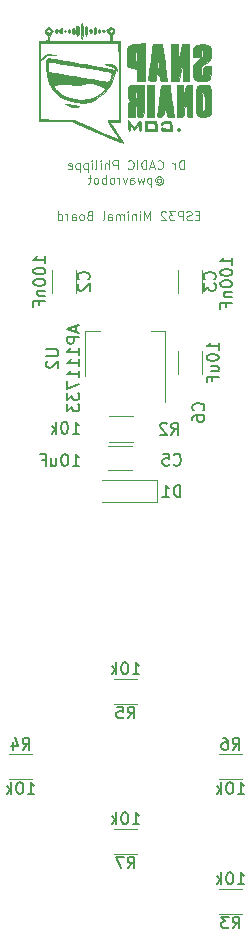
<source format=gbr>
G04 #@! TF.FileFunction,Legend,Bot*
%FSLAX46Y46*%
G04 Gerber Fmt 4.6, Leading zero omitted, Abs format (unit mm)*
G04 Created by KiCad (PCBNEW 4.0.4-stable) date 04/22/19 13:39:38*
%MOMM*%
%LPD*%
G01*
G04 APERTURE LIST*
%ADD10C,0.100000*%
%ADD11C,0.120000*%
%ADD12C,0.010000*%
%ADD13C,0.150000*%
G04 APERTURE END LIST*
D10*
X109723286Y-83537829D02*
X109473286Y-83537829D01*
X109366143Y-83930686D02*
X109723286Y-83930686D01*
X109723286Y-83180686D01*
X109366143Y-83180686D01*
X109080429Y-83894971D02*
X108973286Y-83930686D01*
X108794715Y-83930686D01*
X108723286Y-83894971D01*
X108687572Y-83859257D01*
X108651857Y-83787829D01*
X108651857Y-83716400D01*
X108687572Y-83644971D01*
X108723286Y-83609257D01*
X108794715Y-83573543D01*
X108937572Y-83537829D01*
X109009000Y-83502114D01*
X109044715Y-83466400D01*
X109080429Y-83394971D01*
X109080429Y-83323543D01*
X109044715Y-83252114D01*
X109009000Y-83216400D01*
X108937572Y-83180686D01*
X108759000Y-83180686D01*
X108651857Y-83216400D01*
X108330429Y-83930686D02*
X108330429Y-83180686D01*
X108044714Y-83180686D01*
X107973286Y-83216400D01*
X107937571Y-83252114D01*
X107901857Y-83323543D01*
X107901857Y-83430686D01*
X107937571Y-83502114D01*
X107973286Y-83537829D01*
X108044714Y-83573543D01*
X108330429Y-83573543D01*
X107651857Y-83180686D02*
X107187571Y-83180686D01*
X107437571Y-83466400D01*
X107330429Y-83466400D01*
X107259000Y-83502114D01*
X107223286Y-83537829D01*
X107187571Y-83609257D01*
X107187571Y-83787829D01*
X107223286Y-83859257D01*
X107259000Y-83894971D01*
X107330429Y-83930686D01*
X107544714Y-83930686D01*
X107616143Y-83894971D01*
X107651857Y-83859257D01*
X106901857Y-83252114D02*
X106866143Y-83216400D01*
X106794714Y-83180686D01*
X106616143Y-83180686D01*
X106544714Y-83216400D01*
X106509000Y-83252114D01*
X106473285Y-83323543D01*
X106473285Y-83394971D01*
X106509000Y-83502114D01*
X106937571Y-83930686D01*
X106473285Y-83930686D01*
X105580428Y-83930686D02*
X105580428Y-83180686D01*
X105330428Y-83716400D01*
X105080428Y-83180686D01*
X105080428Y-83930686D01*
X104723285Y-83930686D02*
X104723285Y-83430686D01*
X104723285Y-83180686D02*
X104758999Y-83216400D01*
X104723285Y-83252114D01*
X104687570Y-83216400D01*
X104723285Y-83180686D01*
X104723285Y-83252114D01*
X104366142Y-83430686D02*
X104366142Y-83930686D01*
X104366142Y-83502114D02*
X104330427Y-83466400D01*
X104258999Y-83430686D01*
X104151856Y-83430686D01*
X104080427Y-83466400D01*
X104044713Y-83537829D01*
X104044713Y-83930686D01*
X103687571Y-83930686D02*
X103687571Y-83430686D01*
X103687571Y-83180686D02*
X103723285Y-83216400D01*
X103687571Y-83252114D01*
X103651856Y-83216400D01*
X103687571Y-83180686D01*
X103687571Y-83252114D01*
X103330428Y-83930686D02*
X103330428Y-83430686D01*
X103330428Y-83502114D02*
X103294713Y-83466400D01*
X103223285Y-83430686D01*
X103116142Y-83430686D01*
X103044713Y-83466400D01*
X103008999Y-83537829D01*
X103008999Y-83930686D01*
X103008999Y-83537829D02*
X102973285Y-83466400D01*
X102901856Y-83430686D01*
X102794713Y-83430686D01*
X102723285Y-83466400D01*
X102687570Y-83537829D01*
X102687570Y-83930686D01*
X102008999Y-83930686D02*
X102008999Y-83537829D01*
X102044713Y-83466400D01*
X102116142Y-83430686D01*
X102258999Y-83430686D01*
X102330428Y-83466400D01*
X102008999Y-83894971D02*
X102080428Y-83930686D01*
X102258999Y-83930686D01*
X102330428Y-83894971D01*
X102366142Y-83823543D01*
X102366142Y-83752114D01*
X102330428Y-83680686D01*
X102258999Y-83644971D01*
X102080428Y-83644971D01*
X102008999Y-83609257D01*
X101544714Y-83930686D02*
X101616142Y-83894971D01*
X101651857Y-83823543D01*
X101651857Y-83180686D01*
X100437571Y-83537829D02*
X100330428Y-83573543D01*
X100294713Y-83609257D01*
X100258999Y-83680686D01*
X100258999Y-83787829D01*
X100294713Y-83859257D01*
X100330428Y-83894971D01*
X100401856Y-83930686D01*
X100687571Y-83930686D01*
X100687571Y-83180686D01*
X100437571Y-83180686D01*
X100366142Y-83216400D01*
X100330428Y-83252114D01*
X100294713Y-83323543D01*
X100294713Y-83394971D01*
X100330428Y-83466400D01*
X100366142Y-83502114D01*
X100437571Y-83537829D01*
X100687571Y-83537829D01*
X99830428Y-83930686D02*
X99901856Y-83894971D01*
X99937571Y-83859257D01*
X99973285Y-83787829D01*
X99973285Y-83573543D01*
X99937571Y-83502114D01*
X99901856Y-83466400D01*
X99830428Y-83430686D01*
X99723285Y-83430686D01*
X99651856Y-83466400D01*
X99616142Y-83502114D01*
X99580428Y-83573543D01*
X99580428Y-83787829D01*
X99616142Y-83859257D01*
X99651856Y-83894971D01*
X99723285Y-83930686D01*
X99830428Y-83930686D01*
X98937571Y-83930686D02*
X98937571Y-83537829D01*
X98973285Y-83466400D01*
X99044714Y-83430686D01*
X99187571Y-83430686D01*
X99259000Y-83466400D01*
X98937571Y-83894971D02*
X99009000Y-83930686D01*
X99187571Y-83930686D01*
X99259000Y-83894971D01*
X99294714Y-83823543D01*
X99294714Y-83752114D01*
X99259000Y-83680686D01*
X99187571Y-83644971D01*
X99009000Y-83644971D01*
X98937571Y-83609257D01*
X98580429Y-83930686D02*
X98580429Y-83430686D01*
X98580429Y-83573543D02*
X98544714Y-83502114D01*
X98509000Y-83466400D01*
X98437571Y-83430686D01*
X98366143Y-83430686D01*
X97794714Y-83930686D02*
X97794714Y-83180686D01*
X97794714Y-83894971D02*
X97866143Y-83930686D01*
X98009000Y-83930686D01*
X98080428Y-83894971D01*
X98116143Y-83859257D01*
X98151857Y-83787829D01*
X98151857Y-83573543D01*
X98116143Y-83502114D01*
X98080428Y-83466400D01*
X98009000Y-83430686D01*
X97866143Y-83430686D01*
X97794714Y-83466400D01*
X108423257Y-79622486D02*
X108423257Y-78872486D01*
X108244685Y-78872486D01*
X108137542Y-78908200D01*
X108066114Y-78979629D01*
X108030399Y-79051057D01*
X107994685Y-79193914D01*
X107994685Y-79301057D01*
X108030399Y-79443914D01*
X108066114Y-79515343D01*
X108137542Y-79586771D01*
X108244685Y-79622486D01*
X108423257Y-79622486D01*
X107673257Y-79622486D02*
X107673257Y-79122486D01*
X107673257Y-79265343D02*
X107637542Y-79193914D01*
X107601828Y-79158200D01*
X107530399Y-79122486D01*
X107458971Y-79122486D01*
X106208970Y-79551057D02*
X106244684Y-79586771D01*
X106351827Y-79622486D01*
X106423256Y-79622486D01*
X106530399Y-79586771D01*
X106601827Y-79515343D01*
X106637542Y-79443914D01*
X106673256Y-79301057D01*
X106673256Y-79193914D01*
X106637542Y-79051057D01*
X106601827Y-78979629D01*
X106530399Y-78908200D01*
X106423256Y-78872486D01*
X106351827Y-78872486D01*
X106244684Y-78908200D01*
X106208970Y-78943914D01*
X105923256Y-79408200D02*
X105566113Y-79408200D01*
X105994684Y-79622486D02*
X105744684Y-78872486D01*
X105494684Y-79622486D01*
X105244685Y-79622486D02*
X105244685Y-78872486D01*
X105066113Y-78872486D01*
X104958970Y-78908200D01*
X104887542Y-78979629D01*
X104851827Y-79051057D01*
X104816113Y-79193914D01*
X104816113Y-79301057D01*
X104851827Y-79443914D01*
X104887542Y-79515343D01*
X104958970Y-79586771D01*
X105066113Y-79622486D01*
X105244685Y-79622486D01*
X104494685Y-79622486D02*
X104494685Y-78872486D01*
X103708970Y-79551057D02*
X103744684Y-79586771D01*
X103851827Y-79622486D01*
X103923256Y-79622486D01*
X104030399Y-79586771D01*
X104101827Y-79515343D01*
X104137542Y-79443914D01*
X104173256Y-79301057D01*
X104173256Y-79193914D01*
X104137542Y-79051057D01*
X104101827Y-78979629D01*
X104030399Y-78908200D01*
X103923256Y-78872486D01*
X103851827Y-78872486D01*
X103744684Y-78908200D01*
X103708970Y-78943914D01*
X102816113Y-79622486D02*
X102816113Y-78872486D01*
X102530398Y-78872486D01*
X102458970Y-78908200D01*
X102423255Y-78943914D01*
X102387541Y-79015343D01*
X102387541Y-79122486D01*
X102423255Y-79193914D01*
X102458970Y-79229629D01*
X102530398Y-79265343D01*
X102816113Y-79265343D01*
X102066113Y-79622486D02*
X102066113Y-78872486D01*
X101744684Y-79622486D02*
X101744684Y-79229629D01*
X101780398Y-79158200D01*
X101851827Y-79122486D01*
X101958970Y-79122486D01*
X102030398Y-79158200D01*
X102066113Y-79193914D01*
X101387542Y-79622486D02*
X101387542Y-79122486D01*
X101387542Y-78872486D02*
X101423256Y-78908200D01*
X101387542Y-78943914D01*
X101351827Y-78908200D01*
X101387542Y-78872486D01*
X101387542Y-78943914D01*
X100923256Y-79622486D02*
X100994684Y-79586771D01*
X101030399Y-79515343D01*
X101030399Y-78872486D01*
X100637542Y-79622486D02*
X100637542Y-79122486D01*
X100637542Y-78872486D02*
X100673256Y-78908200D01*
X100637542Y-78943914D01*
X100601827Y-78908200D01*
X100637542Y-78872486D01*
X100637542Y-78943914D01*
X100280399Y-79122486D02*
X100280399Y-79872486D01*
X100280399Y-79158200D02*
X100208970Y-79122486D01*
X100066113Y-79122486D01*
X99994684Y-79158200D01*
X99958970Y-79193914D01*
X99923256Y-79265343D01*
X99923256Y-79479629D01*
X99958970Y-79551057D01*
X99994684Y-79586771D01*
X100066113Y-79622486D01*
X100208970Y-79622486D01*
X100280399Y-79586771D01*
X99601828Y-79122486D02*
X99601828Y-79872486D01*
X99601828Y-79158200D02*
X99530399Y-79122486D01*
X99387542Y-79122486D01*
X99316113Y-79158200D01*
X99280399Y-79193914D01*
X99244685Y-79265343D01*
X99244685Y-79479629D01*
X99280399Y-79551057D01*
X99316113Y-79586771D01*
X99387542Y-79622486D01*
X99530399Y-79622486D01*
X99601828Y-79586771D01*
X98637542Y-79586771D02*
X98708971Y-79622486D01*
X98851828Y-79622486D01*
X98923257Y-79586771D01*
X98958971Y-79515343D01*
X98958971Y-79229629D01*
X98923257Y-79158200D01*
X98851828Y-79122486D01*
X98708971Y-79122486D01*
X98637542Y-79158200D01*
X98601828Y-79229629D01*
X98601828Y-79301057D01*
X98958971Y-79372486D01*
X106191113Y-80490343D02*
X106226827Y-80454629D01*
X106298256Y-80418914D01*
X106369684Y-80418914D01*
X106441113Y-80454629D01*
X106476827Y-80490343D01*
X106512541Y-80561771D01*
X106512541Y-80633200D01*
X106476827Y-80704629D01*
X106441113Y-80740343D01*
X106369684Y-80776057D01*
X106298256Y-80776057D01*
X106226827Y-80740343D01*
X106191113Y-80704629D01*
X106191113Y-80418914D02*
X106191113Y-80704629D01*
X106155399Y-80740343D01*
X106119684Y-80740343D01*
X106048256Y-80704629D01*
X106012541Y-80633200D01*
X106012541Y-80454629D01*
X106083970Y-80347486D01*
X106191113Y-80276057D01*
X106333970Y-80240343D01*
X106476827Y-80276057D01*
X106583970Y-80347486D01*
X106655399Y-80454629D01*
X106691113Y-80597486D01*
X106655399Y-80740343D01*
X106583970Y-80847486D01*
X106476827Y-80918914D01*
X106333970Y-80954629D01*
X106191113Y-80918914D01*
X106083970Y-80847486D01*
X105691113Y-80347486D02*
X105691113Y-81097486D01*
X105691113Y-80383200D02*
X105619684Y-80347486D01*
X105476827Y-80347486D01*
X105405398Y-80383200D01*
X105369684Y-80418914D01*
X105333970Y-80490343D01*
X105333970Y-80704629D01*
X105369684Y-80776057D01*
X105405398Y-80811771D01*
X105476827Y-80847486D01*
X105619684Y-80847486D01*
X105691113Y-80811771D01*
X105083970Y-80347486D02*
X104941113Y-80847486D01*
X104798256Y-80490343D01*
X104655399Y-80847486D01*
X104512542Y-80347486D01*
X103905399Y-80847486D02*
X103905399Y-80454629D01*
X103941113Y-80383200D01*
X104012542Y-80347486D01*
X104155399Y-80347486D01*
X104226828Y-80383200D01*
X103905399Y-80811771D02*
X103976828Y-80847486D01*
X104155399Y-80847486D01*
X104226828Y-80811771D01*
X104262542Y-80740343D01*
X104262542Y-80668914D01*
X104226828Y-80597486D01*
X104155399Y-80561771D01*
X103976828Y-80561771D01*
X103905399Y-80526057D01*
X103619685Y-80347486D02*
X103441114Y-80847486D01*
X103262542Y-80347486D01*
X102976828Y-80847486D02*
X102976828Y-80347486D01*
X102976828Y-80490343D02*
X102941113Y-80418914D01*
X102905399Y-80383200D01*
X102833970Y-80347486D01*
X102762542Y-80347486D01*
X102405399Y-80847486D02*
X102476827Y-80811771D01*
X102512542Y-80776057D01*
X102548256Y-80704629D01*
X102548256Y-80490343D01*
X102512542Y-80418914D01*
X102476827Y-80383200D01*
X102405399Y-80347486D01*
X102298256Y-80347486D01*
X102226827Y-80383200D01*
X102191113Y-80418914D01*
X102155399Y-80490343D01*
X102155399Y-80704629D01*
X102191113Y-80776057D01*
X102226827Y-80811771D01*
X102298256Y-80847486D01*
X102405399Y-80847486D01*
X101833971Y-80847486D02*
X101833971Y-80097486D01*
X101833971Y-80383200D02*
X101762542Y-80347486D01*
X101619685Y-80347486D01*
X101548256Y-80383200D01*
X101512542Y-80418914D01*
X101476828Y-80490343D01*
X101476828Y-80704629D01*
X101512542Y-80776057D01*
X101548256Y-80811771D01*
X101619685Y-80847486D01*
X101762542Y-80847486D01*
X101833971Y-80811771D01*
X101048257Y-80847486D02*
X101119685Y-80811771D01*
X101155400Y-80776057D01*
X101191114Y-80704629D01*
X101191114Y-80490343D01*
X101155400Y-80418914D01*
X101119685Y-80383200D01*
X101048257Y-80347486D01*
X100941114Y-80347486D01*
X100869685Y-80383200D01*
X100833971Y-80418914D01*
X100798257Y-80490343D01*
X100798257Y-80704629D01*
X100833971Y-80776057D01*
X100869685Y-80811771D01*
X100941114Y-80847486D01*
X101048257Y-80847486D01*
X100583971Y-80347486D02*
X100298257Y-80347486D01*
X100476829Y-80097486D02*
X100476829Y-80740343D01*
X100441114Y-80811771D01*
X100369686Y-80847486D01*
X100298257Y-80847486D01*
D11*
X99267200Y-88128600D02*
X99267200Y-90128600D01*
X97227200Y-90128600D02*
X97227200Y-88128600D01*
X109935200Y-88128600D02*
X109935200Y-90128600D01*
X107895200Y-90128600D02*
X107895200Y-88128600D01*
X104035100Y-105121900D02*
X102035100Y-105121900D01*
X102035100Y-103081900D02*
X104035100Y-103081900D01*
X107895200Y-96986600D02*
X107895200Y-94986600D01*
X109935200Y-94986600D02*
X109935200Y-96986600D01*
X106185900Y-105933200D02*
X106185900Y-107833200D01*
X106185900Y-107833200D02*
X101485900Y-107833200D01*
X106185900Y-105933200D02*
X101485900Y-105933200D01*
X104098600Y-100542700D02*
X102098600Y-100542700D01*
X102098600Y-102682700D02*
X104098600Y-102682700D01*
X100056900Y-93340000D02*
X101316900Y-93340000D01*
X106876900Y-93340000D02*
X105616900Y-93340000D01*
X100056900Y-97100000D02*
X100056900Y-93340000D01*
X106876900Y-99350000D02*
X106876900Y-93340000D01*
X113395000Y-140535000D02*
X111395000Y-140535000D01*
X111395000Y-142675000D02*
X113395000Y-142675000D01*
X93615000Y-131245000D02*
X95615000Y-131245000D01*
X95615000Y-129105000D02*
X93615000Y-129105000D01*
X104505000Y-122755000D02*
X102505000Y-122755000D01*
X102505000Y-124895000D02*
X104505000Y-124895000D01*
X111395000Y-131245000D02*
X113395000Y-131245000D01*
X113395000Y-129105000D02*
X111395000Y-129105000D01*
X104505000Y-135455000D02*
X102505000Y-135455000D01*
X102505000Y-137595000D02*
X104505000Y-137595000D01*
D12*
G36*
X96847879Y-67643592D02*
X96829638Y-67652874D01*
X96692306Y-67805277D01*
X96688056Y-68001864D01*
X96795166Y-68156667D01*
X96889105Y-68314738D01*
X96922166Y-68505700D01*
X96910183Y-68655587D01*
X96843651Y-68726584D01*
X96676695Y-68748027D01*
X96541166Y-68749333D01*
X96160166Y-68749333D01*
X96160166Y-75522667D01*
X98876406Y-75522667D01*
X101020942Y-76454000D01*
X101670723Y-76735917D01*
X102181885Y-76956614D01*
X102571016Y-77122574D01*
X102854705Y-77240281D01*
X103049543Y-77316219D01*
X103172117Y-77356874D01*
X103239018Y-77368729D01*
X103266833Y-77358268D01*
X103272166Y-77333942D01*
X103226521Y-77248038D01*
X103169361Y-77158403D01*
X103018166Y-77158403D01*
X102944358Y-77136311D01*
X102736744Y-77053735D01*
X102416040Y-76919447D01*
X102002963Y-76742222D01*
X101518229Y-76530832D01*
X101092000Y-76342675D01*
X99165833Y-75488008D01*
X97726500Y-75441837D01*
X96287166Y-75395667D01*
X96264994Y-72157167D01*
X96242821Y-68918667D01*
X102825817Y-68918667D01*
X102879658Y-69311484D01*
X102892574Y-69489641D01*
X102904378Y-69813930D01*
X102914687Y-70261151D01*
X102923117Y-70808103D01*
X102929286Y-71431586D01*
X102932809Y-72108400D01*
X102933500Y-72571150D01*
X102933500Y-75438000D01*
X102481944Y-75438000D01*
X102218932Y-75447445D01*
X102030871Y-75471679D01*
X101976020Y-75492368D01*
X101999773Y-75578992D01*
X102105367Y-75773118D01*
X102275369Y-76045069D01*
X102469909Y-76333100D01*
X102688066Y-76649236D01*
X102865059Y-76911876D01*
X102981406Y-77091695D01*
X103018166Y-77158403D01*
X103169361Y-77158403D01*
X103102594Y-77053705D01*
X102919898Y-76780756D01*
X102721833Y-76493210D01*
X102503055Y-76175417D01*
X102325493Y-75909877D01*
X102208643Y-75726263D01*
X102171500Y-75655601D01*
X102247695Y-75628059D01*
X102442500Y-75610584D01*
X102594833Y-75607333D01*
X103018166Y-75607333D01*
X103018166Y-68749333D01*
X102679500Y-68749333D01*
X102462664Y-68740362D01*
X102366300Y-68684970D01*
X102341590Y-68540441D01*
X102340833Y-68453000D01*
X102359831Y-68257100D01*
X102406541Y-68159214D01*
X102416441Y-68156666D01*
X102512015Y-68085982D01*
X102560303Y-67927470D01*
X102557400Y-67902667D01*
X102425500Y-67902667D01*
X102382648Y-68041627D01*
X102277333Y-68055882D01*
X102151374Y-67972396D01*
X102129166Y-67902667D01*
X102199551Y-67783118D01*
X102277333Y-67749451D01*
X102397345Y-67778903D01*
X102425500Y-67902667D01*
X102557400Y-67902667D01*
X102543296Y-67782213D01*
X102414987Y-67634539D01*
X102220332Y-67625090D01*
X102040326Y-67721490D01*
X101839527Y-67879438D01*
X102033056Y-68061249D01*
X102178384Y-68269575D01*
X102189433Y-68496197D01*
X102152281Y-68749333D01*
X97006833Y-68749333D01*
X97006833Y-68521957D01*
X97064226Y-68298475D01*
X97197333Y-68091431D01*
X97345196Y-67933749D01*
X97152625Y-67933749D01*
X97135495Y-67984644D01*
X97011777Y-68055022D01*
X96858832Y-68022369D01*
X96773975Y-67923878D01*
X96803860Y-67814242D01*
X96926883Y-67754051D01*
X97068216Y-67771299D01*
X97106747Y-67799380D01*
X97152625Y-67933749D01*
X97345196Y-67933749D01*
X97387833Y-67888282D01*
X97189471Y-67727370D01*
X97007332Y-67621085D01*
X96847879Y-67643592D01*
X96847879Y-67643592D01*
G37*
X96847879Y-67643592D02*
X96829638Y-67652874D01*
X96692306Y-67805277D01*
X96688056Y-68001864D01*
X96795166Y-68156667D01*
X96889105Y-68314738D01*
X96922166Y-68505700D01*
X96910183Y-68655587D01*
X96843651Y-68726584D01*
X96676695Y-68748027D01*
X96541166Y-68749333D01*
X96160166Y-68749333D01*
X96160166Y-75522667D01*
X98876406Y-75522667D01*
X101020942Y-76454000D01*
X101670723Y-76735917D01*
X102181885Y-76956614D01*
X102571016Y-77122574D01*
X102854705Y-77240281D01*
X103049543Y-77316219D01*
X103172117Y-77356874D01*
X103239018Y-77368729D01*
X103266833Y-77358268D01*
X103272166Y-77333942D01*
X103226521Y-77248038D01*
X103169361Y-77158403D01*
X103018166Y-77158403D01*
X102944358Y-77136311D01*
X102736744Y-77053735D01*
X102416040Y-76919447D01*
X102002963Y-76742222D01*
X101518229Y-76530832D01*
X101092000Y-76342675D01*
X99165833Y-75488008D01*
X97726500Y-75441837D01*
X96287166Y-75395667D01*
X96264994Y-72157167D01*
X96242821Y-68918667D01*
X102825817Y-68918667D01*
X102879658Y-69311484D01*
X102892574Y-69489641D01*
X102904378Y-69813930D01*
X102914687Y-70261151D01*
X102923117Y-70808103D01*
X102929286Y-71431586D01*
X102932809Y-72108400D01*
X102933500Y-72571150D01*
X102933500Y-75438000D01*
X102481944Y-75438000D01*
X102218932Y-75447445D01*
X102030871Y-75471679D01*
X101976020Y-75492368D01*
X101999773Y-75578992D01*
X102105367Y-75773118D01*
X102275369Y-76045069D01*
X102469909Y-76333100D01*
X102688066Y-76649236D01*
X102865059Y-76911876D01*
X102981406Y-77091695D01*
X103018166Y-77158403D01*
X103169361Y-77158403D01*
X103102594Y-77053705D01*
X102919898Y-76780756D01*
X102721833Y-76493210D01*
X102503055Y-76175417D01*
X102325493Y-75909877D01*
X102208643Y-75726263D01*
X102171500Y-75655601D01*
X102247695Y-75628059D01*
X102442500Y-75610584D01*
X102594833Y-75607333D01*
X103018166Y-75607333D01*
X103018166Y-68749333D01*
X102679500Y-68749333D01*
X102462664Y-68740362D01*
X102366300Y-68684970D01*
X102341590Y-68540441D01*
X102340833Y-68453000D01*
X102359831Y-68257100D01*
X102406541Y-68159214D01*
X102416441Y-68156666D01*
X102512015Y-68085982D01*
X102560303Y-67927470D01*
X102557400Y-67902667D01*
X102425500Y-67902667D01*
X102382648Y-68041627D01*
X102277333Y-68055882D01*
X102151374Y-67972396D01*
X102129166Y-67902667D01*
X102199551Y-67783118D01*
X102277333Y-67749451D01*
X102397345Y-67778903D01*
X102425500Y-67902667D01*
X102557400Y-67902667D01*
X102543296Y-67782213D01*
X102414987Y-67634539D01*
X102220332Y-67625090D01*
X102040326Y-67721490D01*
X101839527Y-67879438D01*
X102033056Y-68061249D01*
X102178384Y-68269575D01*
X102189433Y-68496197D01*
X102152281Y-68749333D01*
X97006833Y-68749333D01*
X97006833Y-68521957D01*
X97064226Y-68298475D01*
X97197333Y-68091431D01*
X97345196Y-67933749D01*
X97152625Y-67933749D01*
X97135495Y-67984644D01*
X97011777Y-68055022D01*
X96858832Y-68022369D01*
X96773975Y-67923878D01*
X96803860Y-67814242D01*
X96926883Y-67754051D01*
X97068216Y-67771299D01*
X97106747Y-67799380D01*
X97152625Y-67933749D01*
X97345196Y-67933749D01*
X97387833Y-67888282D01*
X97189471Y-67727370D01*
X97007332Y-67621085D01*
X96847879Y-67643592D01*
G36*
X107858918Y-76183106D02*
X107844166Y-76242333D01*
X107911939Y-76354582D01*
X107971166Y-76369333D01*
X108083415Y-76301560D01*
X108098166Y-76242333D01*
X108030394Y-76130085D01*
X107971166Y-76115333D01*
X107858918Y-76183106D01*
X107858918Y-76183106D01*
G37*
X107858918Y-76183106D02*
X107844166Y-76242333D01*
X107911939Y-76354582D01*
X107971166Y-76369333D01*
X108083415Y-76301560D01*
X108098166Y-76242333D01*
X108030394Y-76130085D01*
X107971166Y-76115333D01*
X107858918Y-76183106D01*
G36*
X106611522Y-75593929D02*
X106495990Y-75699425D01*
X106489500Y-75735946D01*
X106535728Y-75847579D01*
X106574166Y-75861333D01*
X106656373Y-75796904D01*
X106658833Y-75776667D01*
X106733262Y-75720704D01*
X106916277Y-75692731D01*
X106955166Y-75692000D01*
X107154261Y-75706159D01*
X107235922Y-75777979D01*
X107251500Y-75946000D01*
X107234980Y-76116653D01*
X107151190Y-76186647D01*
X106955166Y-76200000D01*
X106759318Y-76177485D01*
X106661400Y-76122120D01*
X106658833Y-76110336D01*
X106606963Y-76059770D01*
X106574166Y-76073000D01*
X106496262Y-76195502D01*
X106489500Y-76247330D01*
X106536109Y-76321469D01*
X106695326Y-76359588D01*
X106959805Y-76369333D01*
X107430111Y-76369333D01*
X107404305Y-75967167D01*
X107379737Y-75722297D01*
X107327336Y-75598874D01*
X107217167Y-75549023D01*
X107135436Y-75537222D01*
X106838905Y-75535482D01*
X106611522Y-75593929D01*
X106611522Y-75593929D01*
G37*
X106611522Y-75593929D02*
X106495990Y-75699425D01*
X106489500Y-75735946D01*
X106535728Y-75847579D01*
X106574166Y-75861333D01*
X106656373Y-75796904D01*
X106658833Y-75776667D01*
X106733262Y-75720704D01*
X106916277Y-75692731D01*
X106955166Y-75692000D01*
X107154261Y-75706159D01*
X107235922Y-75777979D01*
X107251500Y-75946000D01*
X107234980Y-76116653D01*
X107151190Y-76186647D01*
X106955166Y-76200000D01*
X106759318Y-76177485D01*
X106661400Y-76122120D01*
X106658833Y-76110336D01*
X106606963Y-76059770D01*
X106574166Y-76073000D01*
X106496262Y-76195502D01*
X106489500Y-76247330D01*
X106536109Y-76321469D01*
X106695326Y-76359588D01*
X106959805Y-76369333D01*
X107430111Y-76369333D01*
X107404305Y-75967167D01*
X107379737Y-75722297D01*
X107327336Y-75598874D01*
X107217167Y-75549023D01*
X107135436Y-75537222D01*
X106838905Y-75535482D01*
X106611522Y-75593929D01*
G36*
X105151361Y-75967167D02*
X105125555Y-76369333D01*
X106160111Y-76369333D01*
X106134305Y-75967167D01*
X106132947Y-75946000D01*
X105981500Y-75946000D01*
X105968126Y-76108867D01*
X105895654Y-76181268D01*
X105715555Y-76199599D01*
X105642833Y-76200000D01*
X105425678Y-76189970D01*
X105329143Y-76135615D01*
X105304701Y-76000541D01*
X105304166Y-75946000D01*
X105317540Y-75783133D01*
X105390013Y-75710732D01*
X105570111Y-75692401D01*
X105642833Y-75692000D01*
X105859989Y-75702030D01*
X105956524Y-75756385D01*
X105980966Y-75891458D01*
X105981500Y-75946000D01*
X106132947Y-75946000D01*
X106108500Y-75565000D01*
X105177166Y-75565000D01*
X105151361Y-75967167D01*
X105151361Y-75967167D01*
G37*
X105151361Y-75967167D02*
X105125555Y-76369333D01*
X106160111Y-76369333D01*
X106134305Y-75967167D01*
X106132947Y-75946000D01*
X105981500Y-75946000D01*
X105968126Y-76108867D01*
X105895654Y-76181268D01*
X105715555Y-76199599D01*
X105642833Y-76200000D01*
X105425678Y-76189970D01*
X105329143Y-76135615D01*
X105304701Y-76000541D01*
X105304166Y-75946000D01*
X105317540Y-75783133D01*
X105390013Y-75710732D01*
X105570111Y-75692401D01*
X105642833Y-75692000D01*
X105859989Y-75702030D01*
X105956524Y-75756385D01*
X105980966Y-75891458D01*
X105981500Y-75946000D01*
X106132947Y-75946000D01*
X106108500Y-75565000D01*
X105177166Y-75565000D01*
X105151361Y-75967167D01*
G36*
X103697982Y-75924833D02*
X103711136Y-76173143D01*
X103747586Y-76334481D01*
X103780166Y-76369333D01*
X103838612Y-76295509D01*
X103864738Y-76116555D01*
X103864833Y-76103915D01*
X103864833Y-75838497D01*
X104049627Y-76073424D01*
X104234421Y-76308352D01*
X104430206Y-76063676D01*
X104625992Y-75819000D01*
X104626413Y-76094167D01*
X104649478Y-76281464D01*
X104705096Y-76368548D01*
X104711500Y-76369333D01*
X104762272Y-76293720D01*
X104792493Y-76102674D01*
X104796166Y-75993330D01*
X104775210Y-75707499D01*
X104708703Y-75583113D01*
X104591189Y-75617098D01*
X104431519Y-75787914D01*
X104222662Y-76054784D01*
X103961563Y-75767559D01*
X103700464Y-75480333D01*
X103697982Y-75924833D01*
X103697982Y-75924833D01*
G37*
X103697982Y-75924833D02*
X103711136Y-76173143D01*
X103747586Y-76334481D01*
X103780166Y-76369333D01*
X103838612Y-76295509D01*
X103864738Y-76116555D01*
X103864833Y-76103915D01*
X103864833Y-75838497D01*
X104049627Y-76073424D01*
X104234421Y-76308352D01*
X104430206Y-76063676D01*
X104625992Y-75819000D01*
X104626413Y-76094167D01*
X104649478Y-76281464D01*
X104705096Y-76368548D01*
X104711500Y-76369333D01*
X104762272Y-76293720D01*
X104792493Y-76102674D01*
X104796166Y-75993330D01*
X104775210Y-75707499D01*
X104708703Y-75583113D01*
X104591189Y-75617098D01*
X104431519Y-75787914D01*
X104222662Y-76054784D01*
X103961563Y-75767559D01*
X103700464Y-75480333D01*
X103697982Y-75924833D01*
G36*
X109819136Y-72493527D02*
X109615160Y-72541593D01*
X109554433Y-72576267D01*
X109506530Y-72705742D01*
X109474058Y-72986803D01*
X109456510Y-73425758D01*
X109452833Y-73843288D01*
X109454688Y-74311922D01*
X109462711Y-74639472D01*
X109480594Y-74854168D01*
X109512024Y-74984241D01*
X109560692Y-75057921D01*
X109616600Y-75096354D01*
X109868381Y-75165015D01*
X110189874Y-75169882D01*
X110493920Y-75110924D01*
X110532333Y-75096695D01*
X110608101Y-75059093D01*
X110660549Y-74999017D01*
X110693960Y-74888416D01*
X110712617Y-74699240D01*
X110720802Y-74403438D01*
X110721697Y-74210424D01*
X110204178Y-74210424D01*
X110190185Y-74526455D01*
X110153073Y-74698576D01*
X110090857Y-74738957D01*
X110039493Y-74703860D01*
X110003195Y-74582936D01*
X109980974Y-74329467D01*
X109975275Y-73979840D01*
X109978769Y-73800271D01*
X110002463Y-73365729D01*
X110038925Y-73090555D01*
X110082164Y-72976450D01*
X110126184Y-73025115D01*
X110164994Y-73238251D01*
X110192599Y-73617560D01*
X110197040Y-73738315D01*
X110204178Y-74210424D01*
X110721697Y-74210424D01*
X110722799Y-73972960D01*
X110722833Y-73848995D01*
X110715787Y-73291427D01*
X110694306Y-72896151D01*
X110657873Y-72656697D01*
X110621233Y-72576267D01*
X110482293Y-72517481D01*
X110241328Y-72480796D01*
X110087833Y-72474667D01*
X109819136Y-72493527D01*
X109819136Y-72493527D01*
G37*
X109819136Y-72493527D02*
X109615160Y-72541593D01*
X109554433Y-72576267D01*
X109506530Y-72705742D01*
X109474058Y-72986803D01*
X109456510Y-73425758D01*
X109452833Y-73843288D01*
X109454688Y-74311922D01*
X109462711Y-74639472D01*
X109480594Y-74854168D01*
X109512024Y-74984241D01*
X109560692Y-75057921D01*
X109616600Y-75096354D01*
X109868381Y-75165015D01*
X110189874Y-75169882D01*
X110493920Y-75110924D01*
X110532333Y-75096695D01*
X110608101Y-75059093D01*
X110660549Y-74999017D01*
X110693960Y-74888416D01*
X110712617Y-74699240D01*
X110720802Y-74403438D01*
X110721697Y-74210424D01*
X110204178Y-74210424D01*
X110190185Y-74526455D01*
X110153073Y-74698576D01*
X110090857Y-74738957D01*
X110039493Y-74703860D01*
X110003195Y-74582936D01*
X109980974Y-74329467D01*
X109975275Y-73979840D01*
X109978769Y-73800271D01*
X110002463Y-73365729D01*
X110038925Y-73090555D01*
X110082164Y-72976450D01*
X110126184Y-73025115D01*
X110164994Y-73238251D01*
X110192599Y-73617560D01*
X110197040Y-73738315D01*
X110204178Y-74210424D01*
X110721697Y-74210424D01*
X110722799Y-73972960D01*
X110722833Y-73848995D01*
X110715787Y-73291427D01*
X110694306Y-72896151D01*
X110657873Y-72656697D01*
X110621233Y-72576267D01*
X110482293Y-72517481D01*
X110241328Y-72480796D01*
X110087833Y-72474667D01*
X109819136Y-72493527D01*
G36*
X108724802Y-72486650D02*
X108637790Y-72549029D01*
X108576866Y-72701445D01*
X108518210Y-72961500D01*
X108446933Y-73300171D01*
X108401929Y-73476200D01*
X108376647Y-73493066D01*
X108364538Y-73354249D01*
X108359052Y-73063229D01*
X108358851Y-73046167D01*
X108352166Y-72474667D01*
X107844166Y-72474667D01*
X107844166Y-75184000D01*
X108089108Y-75184000D01*
X108245146Y-75168688D01*
X108345407Y-75099355D01*
X108411953Y-74940901D01*
X108466848Y-74658228D01*
X108482125Y-74558783D01*
X108541161Y-74266608D01*
X108599827Y-74140771D01*
X108649743Y-74178464D01*
X108682528Y-74376882D01*
X108690833Y-74628670D01*
X108694466Y-74926159D01*
X108715044Y-75092421D01*
X108767084Y-75165544D01*
X108865103Y-75183617D01*
X108902500Y-75184000D01*
X109114166Y-75184000D01*
X109114166Y-72474667D01*
X108866238Y-72474667D01*
X108724802Y-72486650D01*
X108724802Y-72486650D01*
G37*
X108724802Y-72486650D02*
X108637790Y-72549029D01*
X108576866Y-72701445D01*
X108518210Y-72961500D01*
X108446933Y-73300171D01*
X108401929Y-73476200D01*
X108376647Y-73493066D01*
X108364538Y-73354249D01*
X108359052Y-73063229D01*
X108358851Y-73046167D01*
X108352166Y-72474667D01*
X107844166Y-72474667D01*
X107844166Y-75184000D01*
X108089108Y-75184000D01*
X108245146Y-75168688D01*
X108345407Y-75099355D01*
X108411953Y-74940901D01*
X108466848Y-74658228D01*
X108482125Y-74558783D01*
X108541161Y-74266608D01*
X108599827Y-74140771D01*
X108649743Y-74178464D01*
X108682528Y-74376882D01*
X108690833Y-74628670D01*
X108694466Y-74926159D01*
X108715044Y-75092421D01*
X108767084Y-75165544D01*
X108865103Y-75183617D01*
X108902500Y-75184000D01*
X109114166Y-75184000D01*
X109114166Y-72474667D01*
X108866238Y-72474667D01*
X108724802Y-72486650D01*
G36*
X106593730Y-72498782D02*
X106490980Y-72570688D01*
X106489500Y-72584017D01*
X106478577Y-72721363D01*
X106449310Y-72985710D01*
X106406949Y-73336375D01*
X106356744Y-73732679D01*
X106303946Y-74133940D01*
X106253805Y-74499477D01*
X106211571Y-74788608D01*
X106183219Y-74957130D01*
X106163348Y-75117442D01*
X106223433Y-75175455D01*
X106406425Y-75169895D01*
X106417963Y-75168797D01*
X106615012Y-75129426D01*
X106700906Y-75025078D01*
X106728081Y-74861360D01*
X106779418Y-74664409D01*
X106859995Y-74619149D01*
X106938870Y-74718994D01*
X106981698Y-74915353D01*
X107020049Y-75101661D01*
X107122625Y-75173594D01*
X107282233Y-75184000D01*
X107556237Y-75184000D01*
X107390004Y-73829333D01*
X107382212Y-73765833D01*
X106906149Y-73765833D01*
X106897276Y-74000251D01*
X106867198Y-74145198D01*
X106845168Y-74168000D01*
X106809174Y-74093829D01*
X106804289Y-73909723D01*
X106808971Y-73850500D01*
X106842704Y-73573585D01*
X106871513Y-73459495D01*
X106893159Y-73510181D01*
X106905403Y-73727591D01*
X106906149Y-73765833D01*
X107382212Y-73765833D01*
X107223771Y-72474667D01*
X106856636Y-72474667D01*
X106593730Y-72498782D01*
X106593730Y-72498782D01*
G37*
X106593730Y-72498782D02*
X106490980Y-72570688D01*
X106489500Y-72584017D01*
X106478577Y-72721363D01*
X106449310Y-72985710D01*
X106406949Y-73336375D01*
X106356744Y-73732679D01*
X106303946Y-74133940D01*
X106253805Y-74499477D01*
X106211571Y-74788608D01*
X106183219Y-74957130D01*
X106163348Y-75117442D01*
X106223433Y-75175455D01*
X106406425Y-75169895D01*
X106417963Y-75168797D01*
X106615012Y-75129426D01*
X106700906Y-75025078D01*
X106728081Y-74861360D01*
X106779418Y-74664409D01*
X106859995Y-74619149D01*
X106938870Y-74718994D01*
X106981698Y-74915353D01*
X107020049Y-75101661D01*
X107122625Y-75173594D01*
X107282233Y-75184000D01*
X107556237Y-75184000D01*
X107390004Y-73829333D01*
X107382212Y-73765833D01*
X106906149Y-73765833D01*
X106897276Y-74000251D01*
X106867198Y-74145198D01*
X106845168Y-74168000D01*
X106809174Y-74093829D01*
X106804289Y-73909723D01*
X106808971Y-73850500D01*
X106842704Y-73573585D01*
X106871513Y-73459495D01*
X106893159Y-73510181D01*
X106905403Y-73727591D01*
X106906149Y-73765833D01*
X107382212Y-73765833D01*
X107223771Y-72474667D01*
X106856636Y-72474667D01*
X106593730Y-72498782D01*
G36*
X105304166Y-75184000D02*
X105896833Y-75184000D01*
X105896833Y-72474667D01*
X105304166Y-72474667D01*
X105304166Y-75184000D01*
X105304166Y-75184000D01*
G37*
X105304166Y-75184000D02*
X105896833Y-75184000D01*
X105896833Y-72474667D01*
X105304166Y-72474667D01*
X105304166Y-75184000D01*
G36*
X104145575Y-72489518D02*
X103901626Y-72529467D01*
X103797100Y-72576267D01*
X103735754Y-72724912D01*
X103703526Y-72976378D01*
X103700415Y-73266676D01*
X103726421Y-73531817D01*
X103781545Y-73707809D01*
X103797100Y-73727733D01*
X103855105Y-73842947D01*
X103797100Y-73930933D01*
X103741687Y-74070507D01*
X103705687Y-74332884D01*
X103695500Y-74608266D01*
X103695500Y-75184000D01*
X104288166Y-75184000D01*
X104288166Y-74633667D01*
X104300129Y-74346084D01*
X104331819Y-74149190D01*
X104372833Y-74083333D01*
X104417077Y-74161091D01*
X104447368Y-74367073D01*
X104457500Y-74633667D01*
X104460454Y-74929272D01*
X104480460Y-75093890D01*
X104534232Y-75165865D01*
X104638485Y-75183543D01*
X104697389Y-75184000D01*
X104891297Y-75165867D01*
X104993722Y-75127555D01*
X105013252Y-75027431D01*
X105029854Y-74788629D01*
X105042250Y-74441796D01*
X105049162Y-74017579D01*
X105050166Y-73772889D01*
X105050166Y-73355612D01*
X104455745Y-73355612D01*
X104433294Y-73533954D01*
X104401055Y-73603555D01*
X104335287Y-73650738D01*
X104301417Y-73602574D01*
X104289272Y-73429822D01*
X104288166Y-73279000D01*
X104304983Y-73051780D01*
X104347530Y-72915482D01*
X104372833Y-72898000D01*
X104422851Y-72971043D01*
X104451376Y-73145777D01*
X104455745Y-73355612D01*
X105050166Y-73355612D01*
X105050166Y-72474667D01*
X104474433Y-72474667D01*
X104145575Y-72489518D01*
X104145575Y-72489518D01*
G37*
X104145575Y-72489518D02*
X103901626Y-72529467D01*
X103797100Y-72576267D01*
X103735754Y-72724912D01*
X103703526Y-72976378D01*
X103700415Y-73266676D01*
X103726421Y-73531817D01*
X103781545Y-73707809D01*
X103797100Y-73727733D01*
X103855105Y-73842947D01*
X103797100Y-73930933D01*
X103741687Y-74070507D01*
X103705687Y-74332884D01*
X103695500Y-74608266D01*
X103695500Y-75184000D01*
X104288166Y-75184000D01*
X104288166Y-74633667D01*
X104300129Y-74346084D01*
X104331819Y-74149190D01*
X104372833Y-74083333D01*
X104417077Y-74161091D01*
X104447368Y-74367073D01*
X104457500Y-74633667D01*
X104460454Y-74929272D01*
X104480460Y-75093890D01*
X104534232Y-75165865D01*
X104638485Y-75183543D01*
X104697389Y-75184000D01*
X104891297Y-75165867D01*
X104993722Y-75127555D01*
X105013252Y-75027431D01*
X105029854Y-74788629D01*
X105042250Y-74441796D01*
X105049162Y-74017579D01*
X105050166Y-73772889D01*
X105050166Y-73355612D01*
X104455745Y-73355612D01*
X104433294Y-73533954D01*
X104401055Y-73603555D01*
X104335287Y-73650738D01*
X104301417Y-73602574D01*
X104289272Y-73429822D01*
X104288166Y-73279000D01*
X104304983Y-73051780D01*
X104347530Y-72915482D01*
X104372833Y-72898000D01*
X104422851Y-72971043D01*
X104451376Y-73145777D01*
X104455745Y-73355612D01*
X105050166Y-73355612D01*
X105050166Y-72474667D01*
X104474433Y-72474667D01*
X104145575Y-72489518D01*
G36*
X109579624Y-69073983D02*
X109353539Y-69175777D01*
X109235701Y-69376316D01*
X109199071Y-69700866D01*
X109198833Y-69739182D01*
X109198833Y-70104000D01*
X109537500Y-70104000D01*
X109754336Y-70095029D01*
X109850699Y-70039637D01*
X109875409Y-69895107D01*
X109876166Y-69807667D01*
X109897432Y-69611799D01*
X109949722Y-69513893D01*
X109960833Y-69511333D01*
X110016875Y-69585743D01*
X110044798Y-69768629D01*
X110045500Y-69806604D01*
X110022683Y-70008181D01*
X109927312Y-70154942D01*
X109719005Y-70307970D01*
X109710474Y-70313368D01*
X109443929Y-70509719D01*
X109287790Y-70716950D01*
X109215124Y-70988667D01*
X109198833Y-71331667D01*
X109212202Y-71705541D01*
X109271877Y-71941914D01*
X109407208Y-72071768D01*
X109647545Y-72126083D01*
X109960833Y-72136000D01*
X110283008Y-72128617D01*
X110477894Y-72099723D01*
X110587151Y-72039201D01*
X110635188Y-71972233D01*
X110684369Y-71797716D01*
X110716169Y-71526276D01*
X110722833Y-71332122D01*
X110722833Y-70855778D01*
X110405333Y-70882056D01*
X110205349Y-70909092D01*
X110109288Y-70979939D01*
X110071853Y-71145506D01*
X110061798Y-71268167D01*
X110021416Y-71524598D01*
X109963252Y-71618398D01*
X109908311Y-71551768D01*
X109877599Y-71326908D01*
X109876166Y-71248721D01*
X109888451Y-71006070D01*
X109953601Y-70862845D01*
X110114059Y-70749458D01*
X110212002Y-70698111D01*
X110477322Y-70532426D01*
X110633805Y-70338311D01*
X110707006Y-70067784D01*
X110722833Y-69738933D01*
X110699861Y-69410356D01*
X110611385Y-69203194D01*
X110428060Y-69091429D01*
X110120546Y-69049042D01*
X109940995Y-69045667D01*
X109579624Y-69073983D01*
X109579624Y-69073983D01*
G37*
X109579624Y-69073983D02*
X109353539Y-69175777D01*
X109235701Y-69376316D01*
X109199071Y-69700866D01*
X109198833Y-69739182D01*
X109198833Y-70104000D01*
X109537500Y-70104000D01*
X109754336Y-70095029D01*
X109850699Y-70039637D01*
X109875409Y-69895107D01*
X109876166Y-69807667D01*
X109897432Y-69611799D01*
X109949722Y-69513893D01*
X109960833Y-69511333D01*
X110016875Y-69585743D01*
X110044798Y-69768629D01*
X110045500Y-69806604D01*
X110022683Y-70008181D01*
X109927312Y-70154942D01*
X109719005Y-70307970D01*
X109710474Y-70313368D01*
X109443929Y-70509719D01*
X109287790Y-70716950D01*
X109215124Y-70988667D01*
X109198833Y-71331667D01*
X109212202Y-71705541D01*
X109271877Y-71941914D01*
X109407208Y-72071768D01*
X109647545Y-72126083D01*
X109960833Y-72136000D01*
X110283008Y-72128617D01*
X110477894Y-72099723D01*
X110587151Y-72039201D01*
X110635188Y-71972233D01*
X110684369Y-71797716D01*
X110716169Y-71526276D01*
X110722833Y-71332122D01*
X110722833Y-70855778D01*
X110405333Y-70882056D01*
X110205349Y-70909092D01*
X110109288Y-70979939D01*
X110071853Y-71145506D01*
X110061798Y-71268167D01*
X110021416Y-71524598D01*
X109963252Y-71618398D01*
X109908311Y-71551768D01*
X109877599Y-71326908D01*
X109876166Y-71248721D01*
X109888451Y-71006070D01*
X109953601Y-70862845D01*
X110114059Y-70749458D01*
X110212002Y-70698111D01*
X110477322Y-70532426D01*
X110633805Y-70338311D01*
X110707006Y-70067784D01*
X110722833Y-69738933D01*
X110699861Y-69410356D01*
X110611385Y-69203194D01*
X110428060Y-69091429D01*
X110120546Y-69049042D01*
X109940995Y-69045667D01*
X109579624Y-69073983D01*
G36*
X107653666Y-69019135D02*
X107378500Y-69045667D01*
X107355423Y-70590833D01*
X107332347Y-72136000D01*
X107990362Y-72136000D01*
X108098926Y-71606833D01*
X108185129Y-71224665D01*
X108252731Y-71010519D01*
X108302194Y-70964161D01*
X108333980Y-71085358D01*
X108348551Y-71373874D01*
X108349592Y-71479833D01*
X108352166Y-72136000D01*
X108860166Y-72136000D01*
X108860166Y-69003333D01*
X108569836Y-69003333D01*
X108406016Y-69011316D01*
X108309245Y-69061717D01*
X108247916Y-69194219D01*
X108190423Y-69448501D01*
X108182064Y-69490167D01*
X108093439Y-69917331D01*
X108029096Y-70181505D01*
X107985108Y-70286664D01*
X107957548Y-70236786D01*
X107942486Y-70035845D01*
X107936469Y-69738802D01*
X107928833Y-68992604D01*
X107653666Y-69019135D01*
X107653666Y-69019135D01*
G37*
X107653666Y-69019135D02*
X107378500Y-69045667D01*
X107355423Y-70590833D01*
X107332347Y-72136000D01*
X107990362Y-72136000D01*
X108098926Y-71606833D01*
X108185129Y-71224665D01*
X108252731Y-71010519D01*
X108302194Y-70964161D01*
X108333980Y-71085358D01*
X108348551Y-71373874D01*
X108349592Y-71479833D01*
X108352166Y-72136000D01*
X108860166Y-72136000D01*
X108860166Y-69003333D01*
X108569836Y-69003333D01*
X108406016Y-69011316D01*
X108309245Y-69061717D01*
X108247916Y-69194219D01*
X108190423Y-69448501D01*
X108182064Y-69490167D01*
X108093439Y-69917331D01*
X108029096Y-70181505D01*
X107985108Y-70286664D01*
X107957548Y-70236786D01*
X107942486Y-70035845D01*
X107936469Y-69738802D01*
X107928833Y-68992604D01*
X107653666Y-69019135D01*
G36*
X105835116Y-69015213D02*
X105812166Y-69023533D01*
X105801279Y-69120821D01*
X105771722Y-69351517D01*
X105728155Y-69681310D01*
X105675236Y-70075890D01*
X105617624Y-70500946D01*
X105559977Y-70922168D01*
X105506955Y-71305244D01*
X105463215Y-71615864D01*
X105433417Y-71819717D01*
X105426921Y-71860833D01*
X105406631Y-72036216D01*
X105452546Y-72114702D01*
X105606694Y-72135262D01*
X105723663Y-72136000D01*
X105942102Y-72127317D01*
X106039796Y-72073263D01*
X106065301Y-71931826D01*
X106066166Y-71839667D01*
X106097451Y-71613544D01*
X106184108Y-71543333D01*
X106316047Y-71619794D01*
X106392995Y-71823896D01*
X106404833Y-71973591D01*
X106440034Y-72085277D01*
X106574552Y-72130762D01*
X106707259Y-72136000D01*
X107009684Y-72136000D01*
X106949200Y-71649167D01*
X106913977Y-71368731D01*
X106863987Y-70974704D01*
X106858673Y-70933061D01*
X106307371Y-70933061D01*
X106264291Y-71022723D01*
X106214333Y-71035449D01*
X106153688Y-70980326D01*
X106133337Y-70799841D01*
X106144003Y-70548615D01*
X106179505Y-70061667D01*
X106244957Y-70400333D01*
X106300494Y-70734552D01*
X106307371Y-70933061D01*
X106858673Y-70933061D01*
X106806146Y-70521436D01*
X106752607Y-70104000D01*
X106616500Y-69045667D01*
X106214333Y-69019861D01*
X105980091Y-69010384D01*
X105835116Y-69015213D01*
X105835116Y-69015213D01*
G37*
X105835116Y-69015213D02*
X105812166Y-69023533D01*
X105801279Y-69120821D01*
X105771722Y-69351517D01*
X105728155Y-69681310D01*
X105675236Y-70075890D01*
X105617624Y-70500946D01*
X105559977Y-70922168D01*
X105506955Y-71305244D01*
X105463215Y-71615864D01*
X105433417Y-71819717D01*
X105426921Y-71860833D01*
X105406631Y-72036216D01*
X105452546Y-72114702D01*
X105606694Y-72135262D01*
X105723663Y-72136000D01*
X105942102Y-72127317D01*
X106039796Y-72073263D01*
X106065301Y-71931826D01*
X106066166Y-71839667D01*
X106097451Y-71613544D01*
X106184108Y-71543333D01*
X106316047Y-71619794D01*
X106392995Y-71823896D01*
X106404833Y-71973591D01*
X106440034Y-72085277D01*
X106574552Y-72130762D01*
X106707259Y-72136000D01*
X107009684Y-72136000D01*
X106949200Y-71649167D01*
X106913977Y-71368731D01*
X106863987Y-70974704D01*
X106858673Y-70933061D01*
X106307371Y-70933061D01*
X106264291Y-71022723D01*
X106214333Y-71035449D01*
X106153688Y-70980326D01*
X106133337Y-70799841D01*
X106144003Y-70548615D01*
X106179505Y-70061667D01*
X106244957Y-70400333D01*
X106300494Y-70734552D01*
X106307371Y-70933061D01*
X106858673Y-70933061D01*
X106806146Y-70521436D01*
X106752607Y-70104000D01*
X106616500Y-69045667D01*
X106214333Y-69019861D01*
X105980091Y-69010384D01*
X105835116Y-69015213D01*
G36*
X104502900Y-69021620D02*
X104177098Y-69055338D01*
X103907845Y-69106374D01*
X103748780Y-69164274D01*
X103740900Y-69170121D01*
X103673215Y-69272318D01*
X103632340Y-69462468D01*
X103613519Y-69771749D01*
X103610833Y-70022775D01*
X103616274Y-70374308D01*
X103630788Y-70669796D01*
X103651662Y-70861621D01*
X103660666Y-70897345D01*
X103774194Y-70993484D01*
X104002957Y-71068617D01*
X104083999Y-71083217D01*
X104457500Y-71139227D01*
X104457500Y-72136000D01*
X105134833Y-72136000D01*
X105134833Y-70061667D01*
X104457500Y-70061667D01*
X104445537Y-70349249D01*
X104413848Y-70546143D01*
X104372833Y-70612000D01*
X104328590Y-70534242D01*
X104298298Y-70328260D01*
X104288166Y-70061667D01*
X104300129Y-69774084D01*
X104331819Y-69577190D01*
X104372833Y-69511333D01*
X104417077Y-69589091D01*
X104447368Y-69795073D01*
X104457500Y-70061667D01*
X105134833Y-70061667D01*
X105134833Y-68981065D01*
X104502900Y-69021620D01*
X104502900Y-69021620D01*
G37*
X104502900Y-69021620D02*
X104177098Y-69055338D01*
X103907845Y-69106374D01*
X103748780Y-69164274D01*
X103740900Y-69170121D01*
X103673215Y-69272318D01*
X103632340Y-69462468D01*
X103613519Y-69771749D01*
X103610833Y-70022775D01*
X103616274Y-70374308D01*
X103630788Y-70669796D01*
X103651662Y-70861621D01*
X103660666Y-70897345D01*
X103774194Y-70993484D01*
X104002957Y-71068617D01*
X104083999Y-71083217D01*
X104457500Y-71139227D01*
X104457500Y-72136000D01*
X105134833Y-72136000D01*
X105134833Y-70061667D01*
X104457500Y-70061667D01*
X104445537Y-70349249D01*
X104413848Y-70546143D01*
X104372833Y-70612000D01*
X104328590Y-70534242D01*
X104298298Y-70328260D01*
X104288166Y-70061667D01*
X104300129Y-69774084D01*
X104331819Y-69577190D01*
X104372833Y-69511333D01*
X104417077Y-69589091D01*
X104447368Y-69795073D01*
X104457500Y-70061667D01*
X105134833Y-70061667D01*
X105134833Y-68981065D01*
X104502900Y-69021620D01*
G36*
X99758904Y-67304549D02*
X99729440Y-67520819D01*
X99716449Y-67842074D01*
X99716166Y-67902667D01*
X99726069Y-68238099D01*
X99753102Y-68473813D01*
X99793259Y-68577742D01*
X99800833Y-68580000D01*
X99842762Y-68500784D01*
X99872227Y-68284514D01*
X99885218Y-67963259D01*
X99885500Y-67902667D01*
X99875598Y-67567234D01*
X99848564Y-67331520D01*
X99808407Y-67227591D01*
X99800833Y-67225333D01*
X99758904Y-67304549D01*
X99758904Y-67304549D01*
G37*
X99758904Y-67304549D02*
X99729440Y-67520819D01*
X99716449Y-67842074D01*
X99716166Y-67902667D01*
X99726069Y-68238099D01*
X99753102Y-68473813D01*
X99793259Y-68577742D01*
X99800833Y-68580000D01*
X99842762Y-68500784D01*
X99872227Y-68284514D01*
X99885218Y-67963259D01*
X99885500Y-67902667D01*
X99875598Y-67567234D01*
X99848564Y-67331520D01*
X99808407Y-67227591D01*
X99800833Y-67225333D01*
X99758904Y-67304549D01*
G36*
X100091202Y-67555480D02*
X100060547Y-67750175D01*
X100054833Y-67902667D01*
X100070063Y-68144154D01*
X100109002Y-68297431D01*
X100139500Y-68326000D01*
X100187797Y-68249853D01*
X100218453Y-68055158D01*
X100224166Y-67902667D01*
X100208937Y-67661179D01*
X100169998Y-67507902D01*
X100139500Y-67479333D01*
X100091202Y-67555480D01*
X100091202Y-67555480D01*
G37*
X100091202Y-67555480D02*
X100060547Y-67750175D01*
X100054833Y-67902667D01*
X100070063Y-68144154D01*
X100109002Y-68297431D01*
X100139500Y-68326000D01*
X100187797Y-68249853D01*
X100218453Y-68055158D01*
X100224166Y-67902667D01*
X100208937Y-67661179D01*
X100169998Y-67507902D01*
X100139500Y-67479333D01*
X100091202Y-67555480D01*
G36*
X99339968Y-67524653D02*
X99300960Y-67681560D01*
X99292833Y-67902667D01*
X99306429Y-68168885D01*
X99353501Y-68298911D01*
X99419833Y-68326000D01*
X99499699Y-68280680D01*
X99538706Y-68123773D01*
X99546833Y-67902667D01*
X99533237Y-67636448D01*
X99486165Y-67506422D01*
X99419833Y-67479333D01*
X99339968Y-67524653D01*
X99339968Y-67524653D01*
G37*
X99339968Y-67524653D02*
X99300960Y-67681560D01*
X99292833Y-67902667D01*
X99306429Y-68168885D01*
X99353501Y-68298911D01*
X99419833Y-68326000D01*
X99499699Y-68280680D01*
X99538706Y-68123773D01*
X99546833Y-67902667D01*
X99533237Y-67636448D01*
X99486165Y-67506422D01*
X99419833Y-67479333D01*
X99339968Y-67524653D01*
G36*
X100888335Y-67582499D02*
X100816130Y-67676166D01*
X100784464Y-67848354D01*
X100794331Y-68027990D01*
X100846719Y-68144001D01*
X100880333Y-68156673D01*
X100956035Y-68079242D01*
X100986068Y-67868971D01*
X100986166Y-67853278D01*
X100962502Y-67644145D01*
X100895942Y-67580544D01*
X100888335Y-67582499D01*
X100888335Y-67582499D01*
G37*
X100888335Y-67582499D02*
X100816130Y-67676166D01*
X100784464Y-67848354D01*
X100794331Y-68027990D01*
X100846719Y-68144001D01*
X100880333Y-68156673D01*
X100956035Y-68079242D01*
X100986068Y-67868971D01*
X100986166Y-67853278D01*
X100962502Y-67644145D01*
X100895942Y-67580544D01*
X100888335Y-67582499D01*
G36*
X98980340Y-67724395D02*
X98954166Y-67902667D01*
X98992031Y-68104319D01*
X99081166Y-68156667D01*
X99181993Y-68080938D01*
X99208166Y-67902667D01*
X99170302Y-67701014D01*
X99081166Y-67648667D01*
X98980340Y-67724395D01*
X98980340Y-67724395D01*
G37*
X98980340Y-67724395D02*
X98954166Y-67902667D01*
X98992031Y-68104319D01*
X99081166Y-68156667D01*
X99181993Y-68080938D01*
X99208166Y-67902667D01*
X99170302Y-67701014D01*
X99081166Y-67648667D01*
X98980340Y-67724395D01*
G36*
X97919023Y-67771884D02*
X97895833Y-67902667D01*
X97935745Y-68070239D01*
X98001666Y-68135500D01*
X98081955Y-68091442D01*
X98107500Y-67902667D01*
X98079544Y-67708588D01*
X98001666Y-67669833D01*
X97919023Y-67771884D01*
X97919023Y-67771884D01*
G37*
X97919023Y-67771884D02*
X97895833Y-67902667D01*
X97935745Y-68070239D01*
X98001666Y-68135500D01*
X98081955Y-68091442D01*
X98107500Y-67902667D01*
X98079544Y-67708588D01*
X98001666Y-67669833D01*
X97919023Y-67771884D01*
G36*
X101171376Y-67804246D02*
X101155500Y-67902667D01*
X101190956Y-68040247D01*
X101240166Y-68072000D01*
X101308957Y-68001087D01*
X101324833Y-67902667D01*
X101289377Y-67765086D01*
X101240166Y-67733333D01*
X101171376Y-67804246D01*
X101171376Y-67804246D01*
G37*
X101171376Y-67804246D02*
X101155500Y-67902667D01*
X101190956Y-68040247D01*
X101240166Y-68072000D01*
X101308957Y-68001087D01*
X101324833Y-67902667D01*
X101289377Y-67765086D01*
X101240166Y-67733333D01*
X101171376Y-67804246D01*
G36*
X100417072Y-67803919D02*
X100393500Y-67902667D01*
X100446439Y-68040571D01*
X100520500Y-68072000D01*
X100623928Y-68001414D01*
X100647500Y-67902667D01*
X100594560Y-67764762D01*
X100520500Y-67733333D01*
X100417072Y-67803919D01*
X100417072Y-67803919D01*
G37*
X100417072Y-67803919D02*
X100393500Y-67902667D01*
X100446439Y-68040571D01*
X100520500Y-68072000D01*
X100623928Y-68001414D01*
X100647500Y-67902667D01*
X100594560Y-67764762D01*
X100520500Y-67733333D01*
X100417072Y-67803919D01*
G36*
X98631376Y-67804246D02*
X98615500Y-67902667D01*
X98650956Y-68040247D01*
X98700166Y-68072000D01*
X98768957Y-68001087D01*
X98784833Y-67902667D01*
X98749377Y-67765086D01*
X98700166Y-67733333D01*
X98631376Y-67804246D01*
X98631376Y-67804246D01*
G37*
X98631376Y-67804246D02*
X98615500Y-67902667D01*
X98650956Y-68040247D01*
X98700166Y-68072000D01*
X98768957Y-68001087D01*
X98784833Y-67902667D01*
X98749377Y-67765086D01*
X98700166Y-67733333D01*
X98631376Y-67804246D01*
G36*
X97529757Y-67804291D02*
X97514833Y-67902667D01*
X97559510Y-68046737D01*
X97658919Y-68058070D01*
X97726500Y-67987333D01*
X97736910Y-67847229D01*
X97644218Y-67743533D01*
X97594503Y-67733333D01*
X97529757Y-67804291D01*
X97529757Y-67804291D01*
G37*
X97529757Y-67804291D02*
X97514833Y-67902667D01*
X97559510Y-68046737D01*
X97658919Y-68058070D01*
X97726500Y-67987333D01*
X97736910Y-67847229D01*
X97644218Y-67743533D01*
X97594503Y-67733333D01*
X97529757Y-67804291D01*
G36*
X101508495Y-67863717D02*
X101494166Y-67902667D01*
X101562743Y-67977781D01*
X101621166Y-67987333D01*
X101733838Y-67941616D01*
X101748166Y-67902667D01*
X101679590Y-67827552D01*
X101621166Y-67818000D01*
X101508495Y-67863717D01*
X101508495Y-67863717D01*
G37*
X101508495Y-67863717D02*
X101494166Y-67902667D01*
X101562743Y-67977781D01*
X101621166Y-67987333D01*
X101733838Y-67941616D01*
X101748166Y-67902667D01*
X101679590Y-67827552D01*
X101621166Y-67818000D01*
X101508495Y-67863717D01*
G36*
X98279293Y-67882429D02*
X98276833Y-67902667D01*
X98341262Y-67984873D01*
X98361500Y-67987333D01*
X98443706Y-67922904D01*
X98446166Y-67902667D01*
X98381737Y-67820460D01*
X98361500Y-67818000D01*
X98279293Y-67882429D01*
X98279293Y-67882429D01*
G37*
X98279293Y-67882429D02*
X98276833Y-67902667D01*
X98341262Y-67984873D01*
X98361500Y-67987333D01*
X98443706Y-67922904D01*
X98446166Y-67902667D01*
X98381737Y-67820460D01*
X98361500Y-67818000D01*
X98279293Y-67882429D01*
G36*
X98615500Y-74193539D02*
X98934570Y-74322432D01*
X99262779Y-74372933D01*
X99504115Y-74340731D01*
X99563050Y-74298766D01*
X99477765Y-74262962D01*
X99250115Y-74229378D01*
X98954401Y-74189417D01*
X98696097Y-74144883D01*
X98615500Y-74127075D01*
X98403833Y-74073599D01*
X98615500Y-74193539D01*
X98615500Y-74193539D01*
G37*
X98615500Y-74193539D02*
X98934570Y-74322432D01*
X99262779Y-74372933D01*
X99504115Y-74340731D01*
X99563050Y-74298766D01*
X99477765Y-74262962D01*
X99250115Y-74229378D01*
X98954401Y-74189417D01*
X98696097Y-74144883D01*
X98615500Y-74127075D01*
X98403833Y-74073599D01*
X98615500Y-74193539D01*
G36*
X96894122Y-70237506D02*
X96802974Y-70382976D01*
X96742446Y-70632966D01*
X96724942Y-70953778D01*
X96808477Y-71658436D01*
X97016683Y-72314201D01*
X97335439Y-72886101D01*
X97653403Y-73253046D01*
X98104473Y-73573506D01*
X98658778Y-73807056D01*
X99269410Y-73945084D01*
X99889457Y-73978975D01*
X100472011Y-73900116D01*
X100729245Y-73817831D01*
X101205013Y-73551477D01*
X101657566Y-73157245D01*
X101939687Y-72814989D01*
X101748166Y-72814989D01*
X101684886Y-72916146D01*
X101523258Y-73075806D01*
X101305602Y-73258204D01*
X101074240Y-73427573D01*
X100893888Y-73536936D01*
X100366309Y-73721014D01*
X99760752Y-73780506D01*
X99114203Y-73715154D01*
X98538720Y-73553432D01*
X98269562Y-73424317D01*
X97992110Y-73243850D01*
X97736681Y-73039140D01*
X97533590Y-72837296D01*
X97413157Y-72665429D01*
X97405697Y-72550649D01*
X97410793Y-72544840D01*
X97563544Y-72477700D01*
X97834775Y-72431857D01*
X98174660Y-72409972D01*
X98533374Y-72414701D01*
X98861094Y-72448703D01*
X98938238Y-72463341D01*
X99266050Y-72511973D01*
X99567733Y-72495184D01*
X99861686Y-72431067D01*
X100206727Y-72365578D01*
X100523037Y-72346754D01*
X100645236Y-72357673D01*
X100891808Y-72418812D01*
X101171715Y-72513353D01*
X101438316Y-72621958D01*
X101644973Y-72725289D01*
X101745046Y-72804008D01*
X101748166Y-72814989D01*
X101939687Y-72814989D01*
X102054000Y-72676311D01*
X102361411Y-72149853D01*
X102546895Y-71619049D01*
X102559159Y-71554789D01*
X102335828Y-71554789D01*
X102283101Y-71809946D01*
X102239158Y-71939489D01*
X102166607Y-72098031D01*
X102066521Y-72187865D01*
X101903296Y-72216462D01*
X101641326Y-72191294D01*
X101315223Y-72133362D01*
X100990838Y-72074867D01*
X100681674Y-72024837D01*
X100560353Y-72007714D01*
X100299977Y-71967827D01*
X99971258Y-71909158D01*
X99798353Y-71875368D01*
X99474029Y-71814308D01*
X99165781Y-71763876D01*
X99038833Y-71746685D01*
X98767053Y-71705718D01*
X98530833Y-71656114D01*
X98354364Y-71616823D01*
X98271754Y-71608749D01*
X98171099Y-71599765D01*
X97948430Y-71568216D01*
X97648566Y-71520537D01*
X97594421Y-71511506D01*
X96964500Y-71405736D01*
X96938909Y-70966535D01*
X96913317Y-70527333D01*
X97199964Y-70527333D01*
X97410559Y-70542457D01*
X97537807Y-70579270D01*
X97542577Y-70583300D01*
X97661119Y-70630153D01*
X97831855Y-70655552D01*
X98034037Y-70678213D01*
X98335968Y-70721652D01*
X98657833Y-70774037D01*
X98993679Y-70831269D01*
X99294667Y-70881390D01*
X99487714Y-70912308D01*
X99700046Y-70946431D01*
X100003412Y-70997308D01*
X100249714Y-71039647D01*
X100585761Y-71096458D01*
X100902004Y-71147247D01*
X101070833Y-71172521D01*
X101309130Y-71214553D01*
X101486197Y-71260239D01*
X101494166Y-71263193D01*
X101590703Y-71294362D01*
X101719081Y-71317379D01*
X101930296Y-71339639D01*
X102150333Y-71358370D01*
X102292707Y-71411687D01*
X102335828Y-71554789D01*
X102559159Y-71554789D01*
X102565927Y-71519328D01*
X102585271Y-71432568D01*
X102601528Y-71362553D01*
X102599064Y-71304874D01*
X102562248Y-71255122D01*
X102475445Y-71208887D01*
X102323023Y-71161760D01*
X102089348Y-71109333D01*
X101758787Y-71047194D01*
X101315708Y-70970935D01*
X100744476Y-70876148D01*
X100029460Y-70758421D01*
X99639700Y-70693980D01*
X98999423Y-70586970D01*
X98413240Y-70487314D01*
X97901959Y-70398684D01*
X97486389Y-70324751D01*
X97187340Y-70269185D01*
X97025620Y-70235657D01*
X97003460Y-70228915D01*
X96894122Y-70237506D01*
X96894122Y-70237506D01*
G37*
X96894122Y-70237506D02*
X96802974Y-70382976D01*
X96742446Y-70632966D01*
X96724942Y-70953778D01*
X96808477Y-71658436D01*
X97016683Y-72314201D01*
X97335439Y-72886101D01*
X97653403Y-73253046D01*
X98104473Y-73573506D01*
X98658778Y-73807056D01*
X99269410Y-73945084D01*
X99889457Y-73978975D01*
X100472011Y-73900116D01*
X100729245Y-73817831D01*
X101205013Y-73551477D01*
X101657566Y-73157245D01*
X101939687Y-72814989D01*
X101748166Y-72814989D01*
X101684886Y-72916146D01*
X101523258Y-73075806D01*
X101305602Y-73258204D01*
X101074240Y-73427573D01*
X100893888Y-73536936D01*
X100366309Y-73721014D01*
X99760752Y-73780506D01*
X99114203Y-73715154D01*
X98538720Y-73553432D01*
X98269562Y-73424317D01*
X97992110Y-73243850D01*
X97736681Y-73039140D01*
X97533590Y-72837296D01*
X97413157Y-72665429D01*
X97405697Y-72550649D01*
X97410793Y-72544840D01*
X97563544Y-72477700D01*
X97834775Y-72431857D01*
X98174660Y-72409972D01*
X98533374Y-72414701D01*
X98861094Y-72448703D01*
X98938238Y-72463341D01*
X99266050Y-72511973D01*
X99567733Y-72495184D01*
X99861686Y-72431067D01*
X100206727Y-72365578D01*
X100523037Y-72346754D01*
X100645236Y-72357673D01*
X100891808Y-72418812D01*
X101171715Y-72513353D01*
X101438316Y-72621958D01*
X101644973Y-72725289D01*
X101745046Y-72804008D01*
X101748166Y-72814989D01*
X101939687Y-72814989D01*
X102054000Y-72676311D01*
X102361411Y-72149853D01*
X102546895Y-71619049D01*
X102559159Y-71554789D01*
X102335828Y-71554789D01*
X102283101Y-71809946D01*
X102239158Y-71939489D01*
X102166607Y-72098031D01*
X102066521Y-72187865D01*
X101903296Y-72216462D01*
X101641326Y-72191294D01*
X101315223Y-72133362D01*
X100990838Y-72074867D01*
X100681674Y-72024837D01*
X100560353Y-72007714D01*
X100299977Y-71967827D01*
X99971258Y-71909158D01*
X99798353Y-71875368D01*
X99474029Y-71814308D01*
X99165781Y-71763876D01*
X99038833Y-71746685D01*
X98767053Y-71705718D01*
X98530833Y-71656114D01*
X98354364Y-71616823D01*
X98271754Y-71608749D01*
X98171099Y-71599765D01*
X97948430Y-71568216D01*
X97648566Y-71520537D01*
X97594421Y-71511506D01*
X96964500Y-71405736D01*
X96938909Y-70966535D01*
X96913317Y-70527333D01*
X97199964Y-70527333D01*
X97410559Y-70542457D01*
X97537807Y-70579270D01*
X97542577Y-70583300D01*
X97661119Y-70630153D01*
X97831855Y-70655552D01*
X98034037Y-70678213D01*
X98335968Y-70721652D01*
X98657833Y-70774037D01*
X98993679Y-70831269D01*
X99294667Y-70881390D01*
X99487714Y-70912308D01*
X99700046Y-70946431D01*
X100003412Y-70997308D01*
X100249714Y-71039647D01*
X100585761Y-71096458D01*
X100902004Y-71147247D01*
X101070833Y-71172521D01*
X101309130Y-71214553D01*
X101486197Y-71260239D01*
X101494166Y-71263193D01*
X101590703Y-71294362D01*
X101719081Y-71317379D01*
X101930296Y-71339639D01*
X102150333Y-71358370D01*
X102292707Y-71411687D01*
X102335828Y-71554789D01*
X102559159Y-71554789D01*
X102565927Y-71519328D01*
X102585271Y-71432568D01*
X102601528Y-71362553D01*
X102599064Y-71304874D01*
X102562248Y-71255122D01*
X102475445Y-71208887D01*
X102323023Y-71161760D01*
X102089348Y-71109333D01*
X101758787Y-71047194D01*
X101315708Y-70970935D01*
X100744476Y-70876148D01*
X100029460Y-70758421D01*
X99639700Y-70693980D01*
X98999423Y-70586970D01*
X98413240Y-70487314D01*
X97901959Y-70398684D01*
X97486389Y-70324751D01*
X97187340Y-70269185D01*
X97025620Y-70235657D01*
X97003460Y-70228915D01*
X96894122Y-70237506D01*
G36*
X101755955Y-70702185D02*
X101748166Y-70715596D01*
X101820077Y-70767419D01*
X101938666Y-70782581D01*
X102259335Y-70855298D01*
X102533783Y-71041420D01*
X102655416Y-71206335D01*
X102731545Y-71346958D01*
X102758849Y-71341054D01*
X102762918Y-71229131D01*
X102686485Y-70995812D01*
X102478871Y-70807933D01*
X102177525Y-70695512D01*
X102079682Y-70681473D01*
X101870953Y-70676330D01*
X101755955Y-70702185D01*
X101755955Y-70702185D01*
G37*
X101755955Y-70702185D02*
X101748166Y-70715596D01*
X101820077Y-70767419D01*
X101938666Y-70782581D01*
X102259335Y-70855298D01*
X102533783Y-71041420D01*
X102655416Y-71206335D01*
X102731545Y-71346958D01*
X102758849Y-71341054D01*
X102762918Y-71229131D01*
X102686485Y-70995812D01*
X102478871Y-70807933D01*
X102177525Y-70695512D01*
X102079682Y-70681473D01*
X101870953Y-70676330D01*
X101755955Y-70702185D01*
G36*
X96698657Y-69932410D02*
X96470541Y-70123781D01*
X96350089Y-70312386D01*
X96343645Y-70384375D01*
X96437245Y-70334018D01*
X96598354Y-70176202D01*
X96746133Y-70031409D01*
X96886962Y-69964802D01*
X97086923Y-69956513D01*
X97275688Y-69972562D01*
X97520091Y-69995004D01*
X97609741Y-69994288D01*
X97558072Y-69966928D01*
X97442512Y-69929276D01*
X97030752Y-69860435D01*
X96698657Y-69932410D01*
X96698657Y-69932410D01*
G37*
X96698657Y-69932410D02*
X96470541Y-70123781D01*
X96350089Y-70312386D01*
X96343645Y-70384375D01*
X96437245Y-70334018D01*
X96598354Y-70176202D01*
X96746133Y-70031409D01*
X96886962Y-69964802D01*
X97086923Y-69956513D01*
X97275688Y-69972562D01*
X97520091Y-69995004D01*
X97609741Y-69994288D01*
X97558072Y-69966928D01*
X97442512Y-69929276D01*
X97030752Y-69860435D01*
X96698657Y-69932410D01*
D13*
X100354343Y-88961934D02*
X100401962Y-88914315D01*
X100449581Y-88771458D01*
X100449581Y-88676220D01*
X100401962Y-88533362D01*
X100306724Y-88438124D01*
X100211486Y-88390505D01*
X100021010Y-88342886D01*
X99878152Y-88342886D01*
X99687676Y-88390505D01*
X99592438Y-88438124D01*
X99497200Y-88533362D01*
X99449581Y-88676220D01*
X99449581Y-88771458D01*
X99497200Y-88914315D01*
X99544819Y-88961934D01*
X99544819Y-89342886D02*
X99497200Y-89390505D01*
X99449581Y-89485743D01*
X99449581Y-89723839D01*
X99497200Y-89819077D01*
X99544819Y-89866696D01*
X99640057Y-89914315D01*
X99735295Y-89914315D01*
X99878152Y-89866696D01*
X100449581Y-89295267D01*
X100449581Y-89914315D01*
X96699581Y-87580981D02*
X96699581Y-87009552D01*
X96699581Y-87295266D02*
X95699581Y-87295266D01*
X95842438Y-87200028D01*
X95937676Y-87104790D01*
X95985295Y-87009552D01*
X95699581Y-88200028D02*
X95699581Y-88295267D01*
X95747200Y-88390505D01*
X95794819Y-88438124D01*
X95890057Y-88485743D01*
X96080533Y-88533362D01*
X96318629Y-88533362D01*
X96509105Y-88485743D01*
X96604343Y-88438124D01*
X96651962Y-88390505D01*
X96699581Y-88295267D01*
X96699581Y-88200028D01*
X96651962Y-88104790D01*
X96604343Y-88057171D01*
X96509105Y-88009552D01*
X96318629Y-87961933D01*
X96080533Y-87961933D01*
X95890057Y-88009552D01*
X95794819Y-88057171D01*
X95747200Y-88104790D01*
X95699581Y-88200028D01*
X95699581Y-89152409D02*
X95699581Y-89247648D01*
X95747200Y-89342886D01*
X95794819Y-89390505D01*
X95890057Y-89438124D01*
X96080533Y-89485743D01*
X96318629Y-89485743D01*
X96509105Y-89438124D01*
X96604343Y-89390505D01*
X96651962Y-89342886D01*
X96699581Y-89247648D01*
X96699581Y-89152409D01*
X96651962Y-89057171D01*
X96604343Y-89009552D01*
X96509105Y-88961933D01*
X96318629Y-88914314D01*
X96080533Y-88914314D01*
X95890057Y-88961933D01*
X95794819Y-89009552D01*
X95747200Y-89057171D01*
X95699581Y-89152409D01*
X96032914Y-89914314D02*
X96699581Y-89914314D01*
X96128152Y-89914314D02*
X96080533Y-89961933D01*
X96032914Y-90057171D01*
X96032914Y-90200029D01*
X96080533Y-90295267D01*
X96175771Y-90342886D01*
X96699581Y-90342886D01*
X96175771Y-91152410D02*
X96175771Y-90819076D01*
X96699581Y-90819076D02*
X95699581Y-90819076D01*
X95699581Y-91295267D01*
X111022343Y-88961934D02*
X111069962Y-88914315D01*
X111117581Y-88771458D01*
X111117581Y-88676220D01*
X111069962Y-88533362D01*
X110974724Y-88438124D01*
X110879486Y-88390505D01*
X110689010Y-88342886D01*
X110546152Y-88342886D01*
X110355676Y-88390505D01*
X110260438Y-88438124D01*
X110165200Y-88533362D01*
X110117581Y-88676220D01*
X110117581Y-88771458D01*
X110165200Y-88914315D01*
X110212819Y-88961934D01*
X110117581Y-89295267D02*
X110117581Y-89914315D01*
X110498533Y-89580981D01*
X110498533Y-89723839D01*
X110546152Y-89819077D01*
X110593771Y-89866696D01*
X110689010Y-89914315D01*
X110927105Y-89914315D01*
X111022343Y-89866696D01*
X111069962Y-89819077D01*
X111117581Y-89723839D01*
X111117581Y-89438124D01*
X111069962Y-89342886D01*
X111022343Y-89295267D01*
X112517181Y-87707981D02*
X112517181Y-87136552D01*
X112517181Y-87422266D02*
X111517181Y-87422266D01*
X111660038Y-87327028D01*
X111755276Y-87231790D01*
X111802895Y-87136552D01*
X111517181Y-88327028D02*
X111517181Y-88422267D01*
X111564800Y-88517505D01*
X111612419Y-88565124D01*
X111707657Y-88612743D01*
X111898133Y-88660362D01*
X112136229Y-88660362D01*
X112326705Y-88612743D01*
X112421943Y-88565124D01*
X112469562Y-88517505D01*
X112517181Y-88422267D01*
X112517181Y-88327028D01*
X112469562Y-88231790D01*
X112421943Y-88184171D01*
X112326705Y-88136552D01*
X112136229Y-88088933D01*
X111898133Y-88088933D01*
X111707657Y-88136552D01*
X111612419Y-88184171D01*
X111564800Y-88231790D01*
X111517181Y-88327028D01*
X111517181Y-89279409D02*
X111517181Y-89374648D01*
X111564800Y-89469886D01*
X111612419Y-89517505D01*
X111707657Y-89565124D01*
X111898133Y-89612743D01*
X112136229Y-89612743D01*
X112326705Y-89565124D01*
X112421943Y-89517505D01*
X112469562Y-89469886D01*
X112517181Y-89374648D01*
X112517181Y-89279409D01*
X112469562Y-89184171D01*
X112421943Y-89136552D01*
X112326705Y-89088933D01*
X112136229Y-89041314D01*
X111898133Y-89041314D01*
X111707657Y-89088933D01*
X111612419Y-89136552D01*
X111564800Y-89184171D01*
X111517181Y-89279409D01*
X111850514Y-90041314D02*
X112517181Y-90041314D01*
X111945752Y-90041314D02*
X111898133Y-90088933D01*
X111850514Y-90184171D01*
X111850514Y-90327029D01*
X111898133Y-90422267D01*
X111993371Y-90469886D01*
X112517181Y-90469886D01*
X111993371Y-91279410D02*
X111993371Y-90946076D01*
X112517181Y-90946076D02*
X111517181Y-90946076D01*
X111517181Y-91422267D01*
X107570566Y-104624143D02*
X107618185Y-104671762D01*
X107761042Y-104719381D01*
X107856280Y-104719381D01*
X107999138Y-104671762D01*
X108094376Y-104576524D01*
X108141995Y-104481286D01*
X108189614Y-104290810D01*
X108189614Y-104147952D01*
X108141995Y-103957476D01*
X108094376Y-103862238D01*
X107999138Y-103767000D01*
X107856280Y-103719381D01*
X107761042Y-103719381D01*
X107618185Y-103767000D01*
X107570566Y-103814619D01*
X106665804Y-103719381D02*
X107141995Y-103719381D01*
X107189614Y-104195571D01*
X107141995Y-104147952D01*
X107046757Y-104100333D01*
X106808661Y-104100333D01*
X106713423Y-104147952D01*
X106665804Y-104195571D01*
X106618185Y-104290810D01*
X106618185Y-104528905D01*
X106665804Y-104624143D01*
X106713423Y-104671762D01*
X106808661Y-104719381D01*
X107046757Y-104719381D01*
X107141995Y-104671762D01*
X107189614Y-104624143D01*
X99013828Y-104744781D02*
X99585257Y-104744781D01*
X99299543Y-104744781D02*
X99299543Y-103744781D01*
X99394781Y-103887638D01*
X99490019Y-103982876D01*
X99585257Y-104030495D01*
X98394781Y-103744781D02*
X98299542Y-103744781D01*
X98204304Y-103792400D01*
X98156685Y-103840019D01*
X98109066Y-103935257D01*
X98061447Y-104125733D01*
X98061447Y-104363829D01*
X98109066Y-104554305D01*
X98156685Y-104649543D01*
X98204304Y-104697162D01*
X98299542Y-104744781D01*
X98394781Y-104744781D01*
X98490019Y-104697162D01*
X98537638Y-104649543D01*
X98585257Y-104554305D01*
X98632876Y-104363829D01*
X98632876Y-104125733D01*
X98585257Y-103935257D01*
X98537638Y-103840019D01*
X98490019Y-103792400D01*
X98394781Y-103744781D01*
X97204304Y-104078114D02*
X97204304Y-104744781D01*
X97632876Y-104078114D02*
X97632876Y-104601924D01*
X97585257Y-104697162D01*
X97490019Y-104744781D01*
X97347161Y-104744781D01*
X97251923Y-104697162D01*
X97204304Y-104649543D01*
X96394780Y-104220971D02*
X96728114Y-104220971D01*
X96728114Y-104744781D02*
X96728114Y-103744781D01*
X96251923Y-103744781D01*
X110059743Y-100036334D02*
X110107362Y-99988715D01*
X110154981Y-99845858D01*
X110154981Y-99750620D01*
X110107362Y-99607762D01*
X110012124Y-99512524D01*
X109916886Y-99464905D01*
X109726410Y-99417286D01*
X109583552Y-99417286D01*
X109393076Y-99464905D01*
X109297838Y-99512524D01*
X109202600Y-99607762D01*
X109154981Y-99750620D01*
X109154981Y-99845858D01*
X109202600Y-99988715D01*
X109250219Y-100036334D01*
X109154981Y-100893477D02*
X109154981Y-100703000D01*
X109202600Y-100607762D01*
X109250219Y-100560143D01*
X109393076Y-100464905D01*
X109583552Y-100417286D01*
X109964505Y-100417286D01*
X110059743Y-100464905D01*
X110107362Y-100512524D01*
X110154981Y-100607762D01*
X110154981Y-100798239D01*
X110107362Y-100893477D01*
X110059743Y-100941096D01*
X109964505Y-100988715D01*
X109726410Y-100988715D01*
X109631171Y-100941096D01*
X109583552Y-100893477D01*
X109535933Y-100798239D01*
X109535933Y-100607762D01*
X109583552Y-100512524D01*
X109631171Y-100464905D01*
X109726410Y-100417286D01*
X111367581Y-94915172D02*
X111367581Y-94343743D01*
X111367581Y-94629457D02*
X110367581Y-94629457D01*
X110510438Y-94534219D01*
X110605676Y-94438981D01*
X110653295Y-94343743D01*
X110367581Y-95534219D02*
X110367581Y-95629458D01*
X110415200Y-95724696D01*
X110462819Y-95772315D01*
X110558057Y-95819934D01*
X110748533Y-95867553D01*
X110986629Y-95867553D01*
X111177105Y-95819934D01*
X111272343Y-95772315D01*
X111319962Y-95724696D01*
X111367581Y-95629458D01*
X111367581Y-95534219D01*
X111319962Y-95438981D01*
X111272343Y-95391362D01*
X111177105Y-95343743D01*
X110986629Y-95296124D01*
X110748533Y-95296124D01*
X110558057Y-95343743D01*
X110462819Y-95391362D01*
X110415200Y-95438981D01*
X110367581Y-95534219D01*
X110700914Y-96724696D02*
X111367581Y-96724696D01*
X110700914Y-96296124D02*
X111224724Y-96296124D01*
X111319962Y-96343743D01*
X111367581Y-96438981D01*
X111367581Y-96581839D01*
X111319962Y-96677077D01*
X111272343Y-96724696D01*
X110843771Y-97534220D02*
X110843771Y-97200886D01*
X111367581Y-97200886D02*
X110367581Y-97200886D01*
X110367581Y-97677077D01*
X108129295Y-107360981D02*
X108129295Y-106360981D01*
X107891200Y-106360981D01*
X107748342Y-106408600D01*
X107653104Y-106503838D01*
X107605485Y-106599076D01*
X107557866Y-106789552D01*
X107557866Y-106932410D01*
X107605485Y-107122886D01*
X107653104Y-107218124D01*
X107748342Y-107313362D01*
X107891200Y-107360981D01*
X108129295Y-107360981D01*
X106605485Y-107360981D02*
X107176914Y-107360981D01*
X106891200Y-107360981D02*
X106891200Y-106360981D01*
X106986438Y-106503838D01*
X107081676Y-106599076D01*
X107176914Y-106646695D01*
X107380066Y-102090481D02*
X107713400Y-101614290D01*
X107951495Y-102090481D02*
X107951495Y-101090481D01*
X107570542Y-101090481D01*
X107475304Y-101138100D01*
X107427685Y-101185719D01*
X107380066Y-101280957D01*
X107380066Y-101423814D01*
X107427685Y-101519052D01*
X107475304Y-101566671D01*
X107570542Y-101614290D01*
X107951495Y-101614290D01*
X106999114Y-101185719D02*
X106951495Y-101138100D01*
X106856257Y-101090481D01*
X106618161Y-101090481D01*
X106522923Y-101138100D01*
X106475304Y-101185719D01*
X106427685Y-101280957D01*
X106427685Y-101376195D01*
X106475304Y-101519052D01*
X107046733Y-102090481D01*
X106427685Y-102090481D01*
X99007538Y-102014281D02*
X99578967Y-102014281D01*
X99293253Y-102014281D02*
X99293253Y-101014281D01*
X99388491Y-101157138D01*
X99483729Y-101252376D01*
X99578967Y-101299995D01*
X98388491Y-101014281D02*
X98293252Y-101014281D01*
X98198014Y-101061900D01*
X98150395Y-101109519D01*
X98102776Y-101204757D01*
X98055157Y-101395233D01*
X98055157Y-101633329D01*
X98102776Y-101823805D01*
X98150395Y-101919043D01*
X98198014Y-101966662D01*
X98293252Y-102014281D01*
X98388491Y-102014281D01*
X98483729Y-101966662D01*
X98531348Y-101919043D01*
X98578967Y-101823805D01*
X98626586Y-101633329D01*
X98626586Y-101395233D01*
X98578967Y-101204757D01*
X98531348Y-101109519D01*
X98483729Y-101061900D01*
X98388491Y-101014281D01*
X97626586Y-102014281D02*
X97626586Y-101014281D01*
X97531348Y-101633329D02*
X97245633Y-102014281D01*
X97245633Y-101347614D02*
X97626586Y-101728567D01*
X96797881Y-94881795D02*
X97607405Y-94881795D01*
X97702643Y-94929414D01*
X97750262Y-94977033D01*
X97797881Y-95072271D01*
X97797881Y-95262748D01*
X97750262Y-95357986D01*
X97702643Y-95405605D01*
X97607405Y-95453224D01*
X96797881Y-95453224D01*
X96893119Y-95881795D02*
X96845500Y-95929414D01*
X96797881Y-96024652D01*
X96797881Y-96262748D01*
X96845500Y-96357986D01*
X96893119Y-96405605D01*
X96988357Y-96453224D01*
X97083595Y-96453224D01*
X97226452Y-96405605D01*
X97797881Y-95834176D01*
X97797881Y-96453224D01*
X99290167Y-92924762D02*
X99290167Y-93400953D01*
X99575881Y-92829524D02*
X98575881Y-93162857D01*
X99575881Y-93496191D01*
X99575881Y-93829524D02*
X98575881Y-93829524D01*
X98575881Y-94210477D01*
X98623500Y-94305715D01*
X98671119Y-94353334D01*
X98766357Y-94400953D01*
X98909214Y-94400953D01*
X99004452Y-94353334D01*
X99052071Y-94305715D01*
X99099690Y-94210477D01*
X99099690Y-93829524D01*
X99575881Y-95353334D02*
X99575881Y-94781905D01*
X99575881Y-95067619D02*
X98575881Y-95067619D01*
X98718738Y-94972381D01*
X98813976Y-94877143D01*
X98861595Y-94781905D01*
X99575881Y-96305715D02*
X99575881Y-95734286D01*
X99575881Y-96020000D02*
X98575881Y-96020000D01*
X98718738Y-95924762D01*
X98813976Y-95829524D01*
X98861595Y-95734286D01*
X99575881Y-97258096D02*
X99575881Y-96686667D01*
X99575881Y-96972381D02*
X98575881Y-96972381D01*
X98718738Y-96877143D01*
X98813976Y-96781905D01*
X98861595Y-96686667D01*
X98575881Y-97591429D02*
X98575881Y-98258096D01*
X99575881Y-97829524D01*
X98575881Y-98543810D02*
X98575881Y-99162858D01*
X98956833Y-98829524D01*
X98956833Y-98972382D01*
X99004452Y-99067620D01*
X99052071Y-99115239D01*
X99147310Y-99162858D01*
X99385405Y-99162858D01*
X99480643Y-99115239D01*
X99528262Y-99067620D01*
X99575881Y-98972382D01*
X99575881Y-98686667D01*
X99528262Y-98591429D01*
X99480643Y-98543810D01*
X98575881Y-99496191D02*
X98575881Y-100115239D01*
X98956833Y-99781905D01*
X98956833Y-99924763D01*
X99004452Y-100020001D01*
X99052071Y-100067620D01*
X99147310Y-100115239D01*
X99385405Y-100115239D01*
X99480643Y-100067620D01*
X99528262Y-100020001D01*
X99575881Y-99924763D01*
X99575881Y-99639048D01*
X99528262Y-99543810D01*
X99480643Y-99496191D01*
X112561666Y-143907381D02*
X112895000Y-143431190D01*
X113133095Y-143907381D02*
X113133095Y-142907381D01*
X112752142Y-142907381D01*
X112656904Y-142955000D01*
X112609285Y-143002619D01*
X112561666Y-143097857D01*
X112561666Y-143240714D01*
X112609285Y-143335952D01*
X112656904Y-143383571D01*
X112752142Y-143431190D01*
X113133095Y-143431190D01*
X112228333Y-142907381D02*
X111609285Y-142907381D01*
X111942619Y-143288333D01*
X111799761Y-143288333D01*
X111704523Y-143335952D01*
X111656904Y-143383571D01*
X111609285Y-143478810D01*
X111609285Y-143716905D01*
X111656904Y-143812143D01*
X111704523Y-143859762D01*
X111799761Y-143907381D01*
X112085476Y-143907381D01*
X112180714Y-143859762D01*
X112228333Y-143812143D01*
X112990238Y-140157381D02*
X113561667Y-140157381D01*
X113275953Y-140157381D02*
X113275953Y-139157381D01*
X113371191Y-139300238D01*
X113466429Y-139395476D01*
X113561667Y-139443095D01*
X112371191Y-139157381D02*
X112275952Y-139157381D01*
X112180714Y-139205000D01*
X112133095Y-139252619D01*
X112085476Y-139347857D01*
X112037857Y-139538333D01*
X112037857Y-139776429D01*
X112085476Y-139966905D01*
X112133095Y-140062143D01*
X112180714Y-140109762D01*
X112275952Y-140157381D01*
X112371191Y-140157381D01*
X112466429Y-140109762D01*
X112514048Y-140062143D01*
X112561667Y-139966905D01*
X112609286Y-139776429D01*
X112609286Y-139538333D01*
X112561667Y-139347857D01*
X112514048Y-139252619D01*
X112466429Y-139205000D01*
X112371191Y-139157381D01*
X111609286Y-140157381D02*
X111609286Y-139157381D01*
X111514048Y-139776429D02*
X111228333Y-140157381D01*
X111228333Y-139490714D02*
X111609286Y-139871667D01*
X94781666Y-128777381D02*
X95115000Y-128301190D01*
X95353095Y-128777381D02*
X95353095Y-127777381D01*
X94972142Y-127777381D01*
X94876904Y-127825000D01*
X94829285Y-127872619D01*
X94781666Y-127967857D01*
X94781666Y-128110714D01*
X94829285Y-128205952D01*
X94876904Y-128253571D01*
X94972142Y-128301190D01*
X95353095Y-128301190D01*
X93924523Y-128110714D02*
X93924523Y-128777381D01*
X94162619Y-127729762D02*
X94400714Y-128444048D01*
X93781666Y-128444048D01*
X95210238Y-132527381D02*
X95781667Y-132527381D01*
X95495953Y-132527381D02*
X95495953Y-131527381D01*
X95591191Y-131670238D01*
X95686429Y-131765476D01*
X95781667Y-131813095D01*
X94591191Y-131527381D02*
X94495952Y-131527381D01*
X94400714Y-131575000D01*
X94353095Y-131622619D01*
X94305476Y-131717857D01*
X94257857Y-131908333D01*
X94257857Y-132146429D01*
X94305476Y-132336905D01*
X94353095Y-132432143D01*
X94400714Y-132479762D01*
X94495952Y-132527381D01*
X94591191Y-132527381D01*
X94686429Y-132479762D01*
X94734048Y-132432143D01*
X94781667Y-132336905D01*
X94829286Y-132146429D01*
X94829286Y-131908333D01*
X94781667Y-131717857D01*
X94734048Y-131622619D01*
X94686429Y-131575000D01*
X94591191Y-131527381D01*
X93829286Y-132527381D02*
X93829286Y-131527381D01*
X93734048Y-132146429D02*
X93448333Y-132527381D01*
X93448333Y-131860714D02*
X93829286Y-132241667D01*
X103671666Y-126127381D02*
X104005000Y-125651190D01*
X104243095Y-126127381D02*
X104243095Y-125127381D01*
X103862142Y-125127381D01*
X103766904Y-125175000D01*
X103719285Y-125222619D01*
X103671666Y-125317857D01*
X103671666Y-125460714D01*
X103719285Y-125555952D01*
X103766904Y-125603571D01*
X103862142Y-125651190D01*
X104243095Y-125651190D01*
X102766904Y-125127381D02*
X103243095Y-125127381D01*
X103290714Y-125603571D01*
X103243095Y-125555952D01*
X103147857Y-125508333D01*
X102909761Y-125508333D01*
X102814523Y-125555952D01*
X102766904Y-125603571D01*
X102719285Y-125698810D01*
X102719285Y-125936905D01*
X102766904Y-126032143D01*
X102814523Y-126079762D01*
X102909761Y-126127381D01*
X103147857Y-126127381D01*
X103243095Y-126079762D01*
X103290714Y-126032143D01*
X104100238Y-122377381D02*
X104671667Y-122377381D01*
X104385953Y-122377381D02*
X104385953Y-121377381D01*
X104481191Y-121520238D01*
X104576429Y-121615476D01*
X104671667Y-121663095D01*
X103481191Y-121377381D02*
X103385952Y-121377381D01*
X103290714Y-121425000D01*
X103243095Y-121472619D01*
X103195476Y-121567857D01*
X103147857Y-121758333D01*
X103147857Y-121996429D01*
X103195476Y-122186905D01*
X103243095Y-122282143D01*
X103290714Y-122329762D01*
X103385952Y-122377381D01*
X103481191Y-122377381D01*
X103576429Y-122329762D01*
X103624048Y-122282143D01*
X103671667Y-122186905D01*
X103719286Y-121996429D01*
X103719286Y-121758333D01*
X103671667Y-121567857D01*
X103624048Y-121472619D01*
X103576429Y-121425000D01*
X103481191Y-121377381D01*
X102719286Y-122377381D02*
X102719286Y-121377381D01*
X102624048Y-121996429D02*
X102338333Y-122377381D01*
X102338333Y-121710714D02*
X102719286Y-122091667D01*
X112561666Y-128777381D02*
X112895000Y-128301190D01*
X113133095Y-128777381D02*
X113133095Y-127777381D01*
X112752142Y-127777381D01*
X112656904Y-127825000D01*
X112609285Y-127872619D01*
X112561666Y-127967857D01*
X112561666Y-128110714D01*
X112609285Y-128205952D01*
X112656904Y-128253571D01*
X112752142Y-128301190D01*
X113133095Y-128301190D01*
X111704523Y-127777381D02*
X111895000Y-127777381D01*
X111990238Y-127825000D01*
X112037857Y-127872619D01*
X112133095Y-128015476D01*
X112180714Y-128205952D01*
X112180714Y-128586905D01*
X112133095Y-128682143D01*
X112085476Y-128729762D01*
X111990238Y-128777381D01*
X111799761Y-128777381D01*
X111704523Y-128729762D01*
X111656904Y-128682143D01*
X111609285Y-128586905D01*
X111609285Y-128348810D01*
X111656904Y-128253571D01*
X111704523Y-128205952D01*
X111799761Y-128158333D01*
X111990238Y-128158333D01*
X112085476Y-128205952D01*
X112133095Y-128253571D01*
X112180714Y-128348810D01*
X112990238Y-132527381D02*
X113561667Y-132527381D01*
X113275953Y-132527381D02*
X113275953Y-131527381D01*
X113371191Y-131670238D01*
X113466429Y-131765476D01*
X113561667Y-131813095D01*
X112371191Y-131527381D02*
X112275952Y-131527381D01*
X112180714Y-131575000D01*
X112133095Y-131622619D01*
X112085476Y-131717857D01*
X112037857Y-131908333D01*
X112037857Y-132146429D01*
X112085476Y-132336905D01*
X112133095Y-132432143D01*
X112180714Y-132479762D01*
X112275952Y-132527381D01*
X112371191Y-132527381D01*
X112466429Y-132479762D01*
X112514048Y-132432143D01*
X112561667Y-132336905D01*
X112609286Y-132146429D01*
X112609286Y-131908333D01*
X112561667Y-131717857D01*
X112514048Y-131622619D01*
X112466429Y-131575000D01*
X112371191Y-131527381D01*
X111609286Y-132527381D02*
X111609286Y-131527381D01*
X111514048Y-132146429D02*
X111228333Y-132527381D01*
X111228333Y-131860714D02*
X111609286Y-132241667D01*
X103671666Y-138827381D02*
X104005000Y-138351190D01*
X104243095Y-138827381D02*
X104243095Y-137827381D01*
X103862142Y-137827381D01*
X103766904Y-137875000D01*
X103719285Y-137922619D01*
X103671666Y-138017857D01*
X103671666Y-138160714D01*
X103719285Y-138255952D01*
X103766904Y-138303571D01*
X103862142Y-138351190D01*
X104243095Y-138351190D01*
X103338333Y-137827381D02*
X102671666Y-137827381D01*
X103100238Y-138827381D01*
X104100238Y-135077381D02*
X104671667Y-135077381D01*
X104385953Y-135077381D02*
X104385953Y-134077381D01*
X104481191Y-134220238D01*
X104576429Y-134315476D01*
X104671667Y-134363095D01*
X103481191Y-134077381D02*
X103385952Y-134077381D01*
X103290714Y-134125000D01*
X103243095Y-134172619D01*
X103195476Y-134267857D01*
X103147857Y-134458333D01*
X103147857Y-134696429D01*
X103195476Y-134886905D01*
X103243095Y-134982143D01*
X103290714Y-135029762D01*
X103385952Y-135077381D01*
X103481191Y-135077381D01*
X103576429Y-135029762D01*
X103624048Y-134982143D01*
X103671667Y-134886905D01*
X103719286Y-134696429D01*
X103719286Y-134458333D01*
X103671667Y-134267857D01*
X103624048Y-134172619D01*
X103576429Y-134125000D01*
X103481191Y-134077381D01*
X102719286Y-135077381D02*
X102719286Y-134077381D01*
X102624048Y-134696429D02*
X102338333Y-135077381D01*
X102338333Y-134410714D02*
X102719286Y-134791667D01*
M02*

</source>
